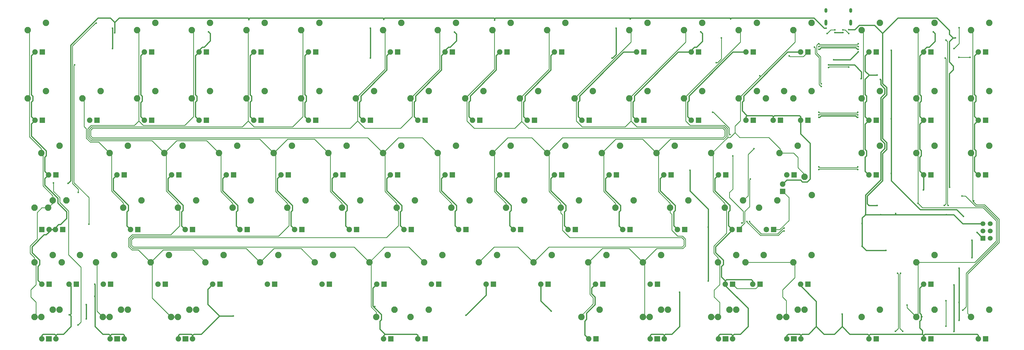
<source format=gtl>
G04 #@! TF.GenerationSoftware,KiCad,Pcbnew,(5.0.2)-1*
G04 #@! TF.CreationDate,2019-04-06T01:42:21-07:00*
G04 #@! TF.ProjectId,Voyager87,566f7961-6765-4723-9837-2e6b69636164,rev?*
G04 #@! TF.SameCoordinates,Original*
G04 #@! TF.FileFunction,Copper,L1,Top*
G04 #@! TF.FilePolarity,Positive*
%FSLAX46Y46*%
G04 Gerber Fmt 4.6, Leading zero omitted, Abs format (unit mm)*
G04 Created by KiCad (PCBNEW (5.0.2)-1) date 4/6/2019 1:42:21 AM*
%MOMM*%
%LPD*%
G01*
G04 APERTURE LIST*
G04 #@! TA.AperFunction,ComponentPad*
%ADD10R,1.905000X1.905000*%
G04 #@! TD*
G04 #@! TA.AperFunction,ComponentPad*
%ADD11C,1.905000*%
G04 #@! TD*
G04 #@! TA.AperFunction,ComponentPad*
%ADD12C,2.250000*%
G04 #@! TD*
G04 #@! TA.AperFunction,ComponentPad*
%ADD13O,1.000000X1.600000*%
G04 #@! TD*
G04 #@! TA.AperFunction,ComponentPad*
%ADD14O,1.000000X2.100000*%
G04 #@! TD*
G04 #@! TA.AperFunction,ComponentPad*
%ADD15C,1.700000*%
G04 #@! TD*
G04 #@! TA.AperFunction,ComponentPad*
%ADD16R,1.700000X1.700000*%
G04 #@! TD*
G04 #@! TA.AperFunction,ViaPad*
%ADD17C,0.600000*%
G04 #@! TD*
G04 #@! TA.AperFunction,Conductor*
%ADD18C,0.381000*%
G04 #@! TD*
G04 #@! TA.AperFunction,Conductor*
%ADD19C,0.254000*%
G04 #@! TD*
G04 APERTURE END LIST*
D10*
G04 #@! TO.P,MX_FN2,4*
G04 #@! TO.N,Net-(MX_FN2-Pad4)*
X106045000Y-44767500D03*
D11*
G04 #@! TO.P,MX_FN2,3*
G04 #@! TO.N,+5V*
X103505000Y-44767500D03*
D12*
G04 #@! TO.P,MX_FN2,1*
G04 #@! TO.N,COL1*
X100965000Y-37147500D03*
G04 #@! TO.P,MX_FN2,2*
G04 #@! TO.N,Net-(D3-Pad2)*
X107315000Y-34607500D03*
G04 #@! TD*
G04 #@! TO.P,MX_X1,2*
G04 #@! TO.N,Net-(D69-Pad2)*
X112077500Y-115570000D03*
G04 #@! TO.P,MX_X1,1*
G04 #@! TO.N,COL1*
X105727500Y-118110000D03*
D11*
G04 #@! TO.P,MX_X1,3*
G04 #@! TO.N,+5V*
X108267500Y-125730000D03*
D10*
G04 #@! TO.P,MX_X1,4*
G04 #@! TO.N,Net-(MX_X1-Pad4)*
X110807500Y-125730000D03*
G04 #@! TD*
D13*
G04 #@! TO.P,USB1,13*
G04 #@! TO.N,GND*
X330551250Y-30287125D03*
X321911250Y-30287125D03*
D14*
X330551250Y-34467125D03*
X321911250Y-34467125D03*
G04 #@! TD*
D15*
G04 #@! TO.P,J1,1*
G04 #@! TO.N,RGBLED*
X379095000Y-104616250D03*
G04 #@! TO.P,J1,2*
G04 #@! TO.N,+5V*
X376555000Y-104616250D03*
G04 #@! TO.P,J1,3*
G04 #@! TO.N,COL8*
X379095000Y-107156250D03*
G04 #@! TO.P,J1,4*
G04 #@! TO.N,SLOCK_IND*
X376555000Y-107156250D03*
G04 #@! TO.P,J1,5*
G04 #@! TO.N,RESET*
X379095000Y-109696250D03*
D16*
G04 #@! TO.P,J1,6*
G04 #@! TO.N,GND*
X376555000Y-109696250D03*
G04 #@! TD*
D12*
G04 #@! TO.P,MX_.1,2*
G04 #@! TO.N,Net-(D76-Pad2)*
X245427500Y-115570000D03*
G04 #@! TO.P,MX_.1,1*
G04 #@! TO.N,COL5*
X239077500Y-118110000D03*
D11*
G04 #@! TO.P,MX_.1,3*
G04 #@! TO.N,+5V*
X241617500Y-125730000D03*
D10*
G04 #@! TO.P,MX_.1,4*
G04 #@! TO.N,Net-(MX_.1-Pad4)*
X244157500Y-125730000D03*
G04 #@! TD*
G04 #@! TO.P,MX_\002C1,4*
G04 #@! TO.N,Net-(MX_\002C1-Pad4)*
X225107500Y-125730000D03*
D11*
G04 #@! TO.P,MX_\002C1,3*
G04 #@! TO.N,+5V*
X222567500Y-125730000D03*
D12*
G04 #@! TO.P,MX_\002C1,1*
G04 #@! TO.N,COL4*
X220027500Y-118110000D03*
G04 #@! TO.P,MX_\002C1,2*
G04 #@! TO.N,Net-(D75-Pad2)*
X226377500Y-115570000D03*
G04 #@! TD*
G04 #@! TO.P,MX_#1,2*
G04 #@! TO.N,Net-(D18-Pad2)*
X69215000Y-58420000D03*
G04 #@! TO.P,MX_#1,1*
G04 #@! TO.N,COL0*
X62865000Y-60960000D03*
D11*
G04 #@! TO.P,MX_#1,3*
G04 #@! TO.N,+5V*
X65405000Y-68580000D03*
D10*
G04 #@! TO.P,MX_#1,4*
G04 #@! TO.N,Net-(MX_#1-Pad4)*
X67945000Y-68580000D03*
G04 #@! TD*
D12*
G04 #@! TO.P,MX_#2,2*
G04 #@! TO.N,Net-(D19-Pad2)*
X88265000Y-58420000D03*
G04 #@! TO.P,MX_#2,1*
G04 #@! TO.N,COL1*
X81915000Y-60960000D03*
D11*
G04 #@! TO.P,MX_#2,3*
G04 #@! TO.N,+5V*
X84455000Y-68580000D03*
D10*
G04 #@! TO.P,MX_#2,4*
G04 #@! TO.N,Net-(MX_#2-Pad4)*
X86995000Y-68580000D03*
G04 #@! TD*
D12*
G04 #@! TO.P,MX_#3,2*
G04 #@! TO.N,Net-(D20-Pad2)*
X107315000Y-58420000D03*
G04 #@! TO.P,MX_#3,1*
G04 #@! TO.N,COL1*
X100965000Y-60960000D03*
D11*
G04 #@! TO.P,MX_#3,3*
G04 #@! TO.N,+5V*
X103505000Y-68580000D03*
D10*
G04 #@! TO.P,MX_#3,4*
G04 #@! TO.N,Net-(MX_#3-Pad4)*
X106045000Y-68580000D03*
G04 #@! TD*
D12*
G04 #@! TO.P,MX_#4,2*
G04 #@! TO.N,Net-(D21-Pad2)*
X126365000Y-58420000D03*
G04 #@! TO.P,MX_#4,1*
G04 #@! TO.N,COL2*
X120015000Y-60960000D03*
D11*
G04 #@! TO.P,MX_#4,3*
G04 #@! TO.N,+5V*
X122555000Y-68580000D03*
D10*
G04 #@! TO.P,MX_#4,4*
G04 #@! TO.N,Net-(MX_#4-Pad4)*
X125095000Y-68580000D03*
G04 #@! TD*
D12*
G04 #@! TO.P,MX_#5,2*
G04 #@! TO.N,Net-(D22-Pad2)*
X145415000Y-58420000D03*
G04 #@! TO.P,MX_#5,1*
G04 #@! TO.N,COL2*
X139065000Y-60960000D03*
D11*
G04 #@! TO.P,MX_#5,3*
G04 #@! TO.N,+5V*
X141605000Y-68580000D03*
D10*
G04 #@! TO.P,MX_#5,4*
G04 #@! TO.N,Net-(MX_#5-Pad4)*
X144145000Y-68580000D03*
G04 #@! TD*
G04 #@! TO.P,MX_#6,4*
G04 #@! TO.N,Net-(MX_#6-Pad4)*
X163195000Y-68580000D03*
D11*
G04 #@! TO.P,MX_#6,3*
G04 #@! TO.N,+5V*
X160655000Y-68580000D03*
D12*
G04 #@! TO.P,MX_#6,1*
G04 #@! TO.N,COL3*
X158115000Y-60960000D03*
G04 #@! TO.P,MX_#6,2*
G04 #@! TO.N,Net-(D23-Pad2)*
X164465000Y-58420000D03*
G04 #@! TD*
D10*
G04 #@! TO.P,MX_#7,4*
G04 #@! TO.N,Net-(MX_#7-Pad4)*
X182245000Y-68580000D03*
D11*
G04 #@! TO.P,MX_#7,3*
G04 #@! TO.N,+5V*
X179705000Y-68580000D03*
D12*
G04 #@! TO.P,MX_#7,1*
G04 #@! TO.N,COL3*
X177165000Y-60960000D03*
G04 #@! TO.P,MX_#7,2*
G04 #@! TO.N,Net-(D24-Pad2)*
X183515000Y-58420000D03*
G04 #@! TD*
D10*
G04 #@! TO.P,MX_#8,4*
G04 #@! TO.N,Net-(MX_#8-Pad4)*
X201295000Y-68580000D03*
D11*
G04 #@! TO.P,MX_#8,3*
G04 #@! TO.N,+5V*
X198755000Y-68580000D03*
D12*
G04 #@! TO.P,MX_#8,1*
G04 #@! TO.N,COL4*
X196215000Y-60960000D03*
G04 #@! TO.P,MX_#8,2*
G04 #@! TO.N,Net-(D25-Pad2)*
X202565000Y-58420000D03*
G04 #@! TD*
D10*
G04 #@! TO.P,MX_#9,4*
G04 #@! TO.N,Net-(MX_#9-Pad4)*
X220345000Y-68580000D03*
D11*
G04 #@! TO.P,MX_#9,3*
G04 #@! TO.N,+5V*
X217805000Y-68580000D03*
D12*
G04 #@! TO.P,MX_#9,1*
G04 #@! TO.N,COL4*
X215265000Y-60960000D03*
G04 #@! TO.P,MX_#9,2*
G04 #@! TO.N,Net-(D26-Pad2)*
X221615000Y-58420000D03*
G04 #@! TD*
D10*
G04 #@! TO.P,MX_#0_1,4*
G04 #@! TO.N,Net-(MX_#0_1-Pad4)*
X239395000Y-68580000D03*
D11*
G04 #@! TO.P,MX_#0_1,3*
G04 #@! TO.N,+5V*
X236855000Y-68580000D03*
D12*
G04 #@! TO.P,MX_#0_1,1*
G04 #@! TO.N,COL5*
X234315000Y-60960000D03*
G04 #@! TO.P,MX_#0_1,2*
G04 #@! TO.N,Net-(D27-Pad2)*
X240665000Y-58420000D03*
G04 #@! TD*
G04 #@! TO.P,MX_'1,2*
G04 #@! TO.N,Net-(D63-Pad2)*
X274002500Y-96520000D03*
G04 #@! TO.P,MX_'1,1*
G04 #@! TO.N,COL5*
X267652500Y-99060000D03*
D11*
G04 #@! TO.P,MX_'1,3*
G04 #@! TO.N,+5V*
X270192500Y-106680000D03*
D10*
G04 #@! TO.P,MX_'1,4*
G04 #@! TO.N,Net-(MX_'1-Pad4)*
X272732500Y-106680000D03*
G04 #@! TD*
D12*
G04 #@! TO.P,MX_-1,2*
G04 #@! TO.N,Net-(D28-Pad2)*
X259715000Y-58420000D03*
G04 #@! TO.P,MX_-1,1*
G04 #@! TO.N,COL5*
X253365000Y-60960000D03*
D11*
G04 #@! TO.P,MX_-1,3*
G04 #@! TO.N,+5V*
X255905000Y-68580000D03*
D10*
G04 #@! TO.P,MX_-1,4*
G04 #@! TO.N,Net-(MX_-1-Pad4)*
X258445000Y-68580000D03*
G04 #@! TD*
D12*
G04 #@! TO.P,MX_/1,2*
G04 #@! TO.N,Net-(D77-Pad2)*
X264477500Y-115570000D03*
G04 #@! TO.P,MX_/1,1*
G04 #@! TO.N,COL5*
X258127500Y-118110000D03*
D11*
G04 #@! TO.P,MX_/1,3*
G04 #@! TO.N,+5V*
X260667500Y-125730000D03*
D10*
G04 #@! TO.P,MX_/1,4*
G04 #@! TO.N,Net-(MX_/1-Pad4)*
X263207500Y-125730000D03*
G04 #@! TD*
G04 #@! TO.P,MX_;1,4*
G04 #@! TO.N,Net-(MX_;1-Pad4)*
X253682500Y-106680000D03*
D11*
G04 #@! TO.P,MX_;1,3*
G04 #@! TO.N,+5V*
X251142500Y-106680000D03*
D12*
G04 #@! TO.P,MX_;1,1*
G04 #@! TO.N,COL5*
X248602500Y-99060000D03*
G04 #@! TO.P,MX_;1,2*
G04 #@! TO.N,Net-(D62-Pad2)*
X254952500Y-96520000D03*
G04 #@! TD*
G04 #@! TO.P,MX_=1,2*
G04 #@! TO.N,Net-(D29-Pad2)*
X278765000Y-58420000D03*
G04 #@! TO.P,MX_=1,1*
G04 #@! TO.N,COL6*
X272415000Y-60960000D03*
D11*
G04 #@! TO.P,MX_=1,3*
G04 #@! TO.N,+5V*
X274955000Y-68580000D03*
D10*
G04 #@! TO.P,MX_=1,4*
G04 #@! TO.N,Net-(MX_=1-Pad4)*
X277495000Y-68580000D03*
G04 #@! TD*
D12*
G04 #@! TO.P,MX_[1,2*
G04 #@! TO.N,Net-(D46-Pad2)*
X269240000Y-77470000D03*
G04 #@! TO.P,MX_[1,1*
G04 #@! TO.N,COL5*
X262890000Y-80010000D03*
D11*
G04 #@! TO.P,MX_[1,3*
G04 #@! TO.N,+5V*
X265430000Y-87630000D03*
D10*
G04 #@! TO.P,MX_[1,4*
G04 #@! TO.N,Net-(MX_[1-Pad4)*
X267970000Y-87630000D03*
G04 #@! TD*
D12*
G04 #@! TO.P,MX_\005C1,2*
G04 #@! TO.N,Net-(D48-Pad2)*
X312102500Y-77470000D03*
G04 #@! TO.P,MX_\005C1,1*
G04 #@! TO.N,COL6*
X305752500Y-80010000D03*
D11*
G04 #@! TO.P,MX_\005C1,3*
G04 #@! TO.N,+5V*
X308292500Y-87630000D03*
D10*
G04 #@! TO.P,MX_\005C1,4*
G04 #@! TO.N,Net-(MX_\005C1-Pad4)*
X310832500Y-87630000D03*
G04 #@! TD*
D12*
G04 #@! TO.P,MX_\005C2,2*
G04 #@! TO.N,Net-(D48-Pad2)*
X293052500Y-96520000D03*
G04 #@! TO.P,MX_\005C2,1*
G04 #@! TO.N,COL6*
X286702500Y-99060000D03*
D11*
G04 #@! TO.P,MX_\005C2,3*
G04 #@! TO.N,+5V*
X289242500Y-106680000D03*
D10*
G04 #@! TO.P,MX_\005C2,4*
G04 #@! TO.N,Net-(MX_\005C1-Pad4)*
X291782500Y-106680000D03*
G04 #@! TD*
D12*
G04 #@! TO.P,MX_]1,2*
G04 #@! TO.N,Net-(D47-Pad2)*
X288290000Y-77470000D03*
G04 #@! TO.P,MX_]1,1*
G04 #@! TO.N,COL6*
X281940000Y-80010000D03*
D11*
G04 #@! TO.P,MX_]1,3*
G04 #@! TO.N,+5V*
X284480000Y-87630000D03*
D10*
G04 #@! TO.P,MX_]1,4*
G04 #@! TO.N,Net-(MX_]1-Pad4)*
X287020000Y-87630000D03*
G04 #@! TD*
G04 #@! TO.P,MX_`1,4*
G04 #@! TO.N,Net-(MX_`1-Pad4)*
X48895000Y-68580000D03*
D11*
G04 #@! TO.P,MX_`1,3*
G04 #@! TO.N,+5V*
X46355000Y-68580000D03*
D12*
G04 #@! TO.P,MX_`1,1*
G04 #@! TO.N,COL0*
X43815000Y-60960000D03*
G04 #@! TO.P,MX_`1,2*
G04 #@! TO.N,Net-(D17-Pad2)*
X50165000Y-58420000D03*
G04 #@! TD*
D10*
G04 #@! TO.P,MX_A1,4*
G04 #@! TO.N,Net-(MX_A1-Pad4)*
X82232500Y-106680000D03*
D11*
G04 #@! TO.P,MX_A1,3*
G04 #@! TO.N,+5V*
X79692500Y-106680000D03*
D12*
G04 #@! TO.P,MX_A1,1*
G04 #@! TO.N,COL0*
X77152500Y-99060000D03*
G04 #@! TO.P,MX_A1,2*
G04 #@! TO.N,Net-(D53-Pad2)*
X83502500Y-96520000D03*
G04 #@! TD*
D10*
G04 #@! TO.P,MX_B1,4*
G04 #@! TO.N,Net-(MX_B1-Pad4)*
X167957500Y-125730000D03*
D11*
G04 #@! TO.P,MX_B1,3*
G04 #@! TO.N,+5V*
X165417500Y-125730000D03*
D12*
G04 #@! TO.P,MX_B1,1*
G04 #@! TO.N,COL3*
X162877500Y-118110000D03*
G04 #@! TO.P,MX_B1,2*
G04 #@! TO.N,Net-(D72-Pad2)*
X169227500Y-115570000D03*
G04 #@! TD*
G04 #@! TO.P,MX_BACK1,2*
G04 #@! TO.N,Net-(D30-Pad2)*
X307340000Y-58420000D03*
G04 #@! TO.P,MX_BACK1,1*
G04 #@! TO.N,COL6*
X300990000Y-60960000D03*
D11*
G04 #@! TO.P,MX_BACK1,3*
G04 #@! TO.N,+5V*
X303530000Y-68580000D03*
D10*
G04 #@! TO.P,MX_BACK1,4*
G04 #@! TO.N,Net-(MX_BACK1-Pad4)*
X306070000Y-68580000D03*
G04 #@! TD*
G04 #@! TO.P,MX_BACK2,4*
G04 #@! TO.N,Net-(MX_BACK1-Pad4)*
X296545000Y-68580000D03*
D11*
G04 #@! TO.P,MX_BACK2,3*
G04 #@! TO.N,+5V*
X294005000Y-68580000D03*
D12*
G04 #@! TO.P,MX_BACK2,1*
G04 #@! TO.N,COL6*
X291465000Y-60960000D03*
G04 #@! TO.P,MX_BACK2,2*
G04 #@! TO.N,Net-(D30-Pad2)*
X297815000Y-58420000D03*
G04 #@! TD*
D10*
G04 #@! TO.P,MX_BACK3,4*
G04 #@! TO.N,Net-(MX_BACK3-Pad4)*
X315595000Y-68580000D03*
D11*
G04 #@! TO.P,MX_BACK3,3*
G04 #@! TO.N,+5V*
X313055000Y-68580000D03*
D12*
G04 #@! TO.P,MX_BACK3,1*
G04 #@! TO.N,COL6*
X310515000Y-60960000D03*
G04 #@! TO.P,MX_BACK3,2*
G04 #@! TO.N,Net-(D31-Pad2)*
X316865000Y-58420000D03*
G04 #@! TD*
D10*
G04 #@! TO.P,MX_C1,4*
G04 #@! TO.N,Net-(MX_C1-Pad4)*
X129857500Y-125730000D03*
D11*
G04 #@! TO.P,MX_C1,3*
G04 #@! TO.N,+5V*
X127317500Y-125730000D03*
D12*
G04 #@! TO.P,MX_C1,1*
G04 #@! TO.N,COL2*
X124777500Y-118110000D03*
G04 #@! TO.P,MX_C1,2*
G04 #@! TO.N,Net-(D70-Pad2)*
X131127500Y-115570000D03*
G04 #@! TD*
G04 #@! TO.P,MX_CLOCK1,2*
G04 #@! TO.N,Net-(D52-Pad2)*
X57308750Y-96520000D03*
G04 #@! TO.P,MX_CLOCK1,1*
G04 #@! TO.N,COL0*
X50958750Y-99060000D03*
D11*
G04 #@! TO.P,MX_CLOCK1,3*
G04 #@! TO.N,+5V*
X53498750Y-106680000D03*
D10*
G04 #@! TO.P,MX_CLOCK1,4*
G04 #@! TO.N,CAPS_LEDGND*
X56038750Y-106680000D03*
G04 #@! TD*
G04 #@! TO.P,MX_CLOCK2,4*
G04 #@! TO.N,CAPS_LEDGND*
X48736250Y-106680000D03*
D11*
G04 #@! TO.P,MX_CLOCK2,3*
G04 #@! TO.N,+5V*
X51276250Y-106680000D03*
D12*
G04 #@! TO.P,MX_CLOCK2,1*
G04 #@! TO.N,Net-(D52-Pad2)*
X46196250Y-99060000D03*
G04 #@! TO.P,MX_CLOCK2,2*
G04 #@! TO.N,COL0*
X52546250Y-96520000D03*
G04 #@! TD*
D10*
G04 #@! TO.P,MX_D1,4*
G04 #@! TO.N,Net-(MX_D1-Pad4)*
X120332500Y-106680000D03*
D11*
G04 #@! TO.P,MX_D1,3*
G04 #@! TO.N,+5V*
X117792500Y-106680000D03*
D12*
G04 #@! TO.P,MX_D1,1*
G04 #@! TO.N,COL1*
X115252500Y-99060000D03*
G04 #@! TO.P,MX_D1,2*
G04 #@! TO.N,Net-(D55-Pad2)*
X121602500Y-96520000D03*
G04 #@! TD*
D10*
G04 #@! TO.P,MX_DEL1,4*
G04 #@! TO.N,Net-(MX_DEL1-Pad4)*
X339407500Y-87630000D03*
D11*
G04 #@! TO.P,MX_DEL1,3*
G04 #@! TO.N,+5V*
X336867500Y-87630000D03*
D12*
G04 #@! TO.P,MX_DEL1,1*
G04 #@! TO.N,COL7*
X334327500Y-80010000D03*
G04 #@! TO.P,MX_DEL1,2*
G04 #@! TO.N,Net-(D99-Pad2)*
X340677500Y-77470000D03*
G04 #@! TD*
G04 #@! TO.P,MX_DN1,2*
G04 #@! TO.N,Net-(D112-Pad2)*
X359727500Y-134620000D03*
G04 #@! TO.P,MX_DN1,1*
G04 #@! TO.N,COL7*
X353377500Y-137160000D03*
D11*
G04 #@! TO.P,MX_DN1,3*
G04 #@! TO.N,+5V*
X355917500Y-144780000D03*
D10*
G04 #@! TO.P,MX_DN1,4*
G04 #@! TO.N,Net-(MX_DN1-Pad4)*
X358457500Y-144780000D03*
G04 #@! TD*
D12*
G04 #@! TO.P,MX_E1,2*
G04 #@! TO.N,Net-(D38-Pad2)*
X116840000Y-77470000D03*
G04 #@! TO.P,MX_E1,1*
G04 #@! TO.N,COL1*
X110490000Y-80010000D03*
D11*
G04 #@! TO.P,MX_E1,3*
G04 #@! TO.N,+5V*
X113030000Y-87630000D03*
D10*
G04 #@! TO.P,MX_E1,4*
G04 #@! TO.N,Net-(MX_E1-Pad4)*
X115570000Y-87630000D03*
G04 #@! TD*
G04 #@! TO.P,MX_END1,4*
G04 #@! TO.N,Net-(MX_END1-Pad4)*
X358457500Y-87630000D03*
D11*
G04 #@! TO.P,MX_END1,3*
G04 #@! TO.N,+5V*
X355917500Y-87630000D03*
D12*
G04 #@! TO.P,MX_END1,1*
G04 #@! TO.N,COL7*
X353377500Y-80010000D03*
G04 #@! TO.P,MX_END1,2*
G04 #@! TO.N,Net-(D100-Pad2)*
X359727500Y-77470000D03*
G04 #@! TD*
G04 #@! TO.P,MX_ESC1,2*
G04 #@! TO.N,Net-(D1-Pad2)*
X50165000Y-34607500D03*
G04 #@! TO.P,MX_ESC1,1*
G04 #@! TO.N,COL0*
X43815000Y-37147500D03*
D11*
G04 #@! TO.P,MX_ESC1,3*
G04 #@! TO.N,+5V*
X46355000Y-44767500D03*
D10*
G04 #@! TO.P,MX_ESC1,4*
G04 #@! TO.N,Net-(MX_ESC1-Pad4)*
X48895000Y-44767500D03*
G04 #@! TD*
D12*
G04 #@! TO.P,MX_F1,2*
G04 #@! TO.N,Net-(D56-Pad2)*
X140652500Y-96520000D03*
G04 #@! TO.P,MX_F1,1*
G04 #@! TO.N,COL2*
X134302500Y-99060000D03*
D11*
G04 #@! TO.P,MX_F1,3*
G04 #@! TO.N,+5V*
X136842500Y-106680000D03*
D10*
G04 #@! TO.P,MX_F1,4*
G04 #@! TO.N,Net-(MX_F1-Pad4)*
X139382500Y-106680000D03*
G04 #@! TD*
D12*
G04 #@! TO.P,MX_FN1,2*
G04 #@! TO.N,Net-(D2-Pad2)*
X88265000Y-34607500D03*
G04 #@! TO.P,MX_FN1,1*
G04 #@! TO.N,COL1*
X81915000Y-37147500D03*
D11*
G04 #@! TO.P,MX_FN1,3*
G04 #@! TO.N,+5V*
X84455000Y-44767500D03*
D10*
G04 #@! TO.P,MX_FN1,4*
G04 #@! TO.N,Net-(MX_FN1-Pad4)*
X86995000Y-44767500D03*
G04 #@! TD*
D12*
G04 #@! TO.P,MX_FN3,2*
G04 #@! TO.N,Net-(D4-Pad2)*
X126365000Y-34607500D03*
G04 #@! TO.P,MX_FN3,1*
G04 #@! TO.N,COL2*
X120015000Y-37147500D03*
D11*
G04 #@! TO.P,MX_FN3,3*
G04 #@! TO.N,+5V*
X122555000Y-44767500D03*
D10*
G04 #@! TO.P,MX_FN3,4*
G04 #@! TO.N,Net-(MX_FN3-Pad4)*
X125095000Y-44767500D03*
G04 #@! TD*
G04 #@! TO.P,MX_FN4,4*
G04 #@! TO.N,Net-(MX_FN4-Pad4)*
X144145000Y-44767500D03*
D11*
G04 #@! TO.P,MX_FN4,3*
G04 #@! TO.N,+5V*
X141605000Y-44767500D03*
D12*
G04 #@! TO.P,MX_FN4,1*
G04 #@! TO.N,COL2*
X139065000Y-37147500D03*
G04 #@! TO.P,MX_FN4,2*
G04 #@! TO.N,Net-(D5-Pad2)*
X145415000Y-34607500D03*
G04 #@! TD*
D10*
G04 #@! TO.P,MX_FN5,4*
G04 #@! TO.N,Net-(MX_FN5-Pad4)*
X172720000Y-44767500D03*
D11*
G04 #@! TO.P,MX_FN5,3*
G04 #@! TO.N,+5V*
X170180000Y-44767500D03*
D12*
G04 #@! TO.P,MX_FN5,1*
G04 #@! TO.N,COL3*
X167640000Y-37147500D03*
G04 #@! TO.P,MX_FN5,2*
G04 #@! TO.N,Net-(D6-Pad2)*
X173990000Y-34607500D03*
G04 #@! TD*
G04 #@! TO.P,MX_FN6,2*
G04 #@! TO.N,Net-(D7-Pad2)*
X193040000Y-34607500D03*
G04 #@! TO.P,MX_FN6,1*
G04 #@! TO.N,COL3*
X186690000Y-37147500D03*
D11*
G04 #@! TO.P,MX_FN6,3*
G04 #@! TO.N,+5V*
X189230000Y-44767500D03*
D10*
G04 #@! TO.P,MX_FN6,4*
G04 #@! TO.N,Net-(MX_FN6-Pad4)*
X191770000Y-44767500D03*
G04 #@! TD*
G04 #@! TO.P,MX_FN7,4*
G04 #@! TO.N,Net-(MX_FN7-Pad4)*
X210820000Y-44767500D03*
D11*
G04 #@! TO.P,MX_FN7,3*
G04 #@! TO.N,+5V*
X208280000Y-44767500D03*
D12*
G04 #@! TO.P,MX_FN7,1*
G04 #@! TO.N,COL4*
X205740000Y-37147500D03*
G04 #@! TO.P,MX_FN7,2*
G04 #@! TO.N,Net-(D8-Pad2)*
X212090000Y-34607500D03*
G04 #@! TD*
D10*
G04 #@! TO.P,MX_FN8,4*
G04 #@! TO.N,Net-(MX_FN8-Pad4)*
X229870000Y-44767500D03*
D11*
G04 #@! TO.P,MX_FN8,3*
G04 #@! TO.N,+5V*
X227330000Y-44767500D03*
D12*
G04 #@! TO.P,MX_FN8,1*
G04 #@! TO.N,COL4*
X224790000Y-37147500D03*
G04 #@! TO.P,MX_FN8,2*
G04 #@! TO.N,Net-(D9-Pad2)*
X231140000Y-34607500D03*
G04 #@! TD*
G04 #@! TO.P,MX_FN9,2*
G04 #@! TO.N,Net-(D10-Pad2)*
X259715000Y-34607500D03*
G04 #@! TO.P,MX_FN9,1*
G04 #@! TO.N,COL5*
X253365000Y-37147500D03*
D11*
G04 #@! TO.P,MX_FN9,3*
G04 #@! TO.N,+5V*
X255905000Y-44767500D03*
D10*
G04 #@! TO.P,MX_FN9,4*
G04 #@! TO.N,Net-(MX_FN9-Pad4)*
X258445000Y-44767500D03*
G04 #@! TD*
D12*
G04 #@! TO.P,MX_FN10,2*
G04 #@! TO.N,Net-(D11-Pad2)*
X278765000Y-34607500D03*
G04 #@! TO.P,MX_FN10,1*
G04 #@! TO.N,COL5*
X272415000Y-37147500D03*
D11*
G04 #@! TO.P,MX_FN10,3*
G04 #@! TO.N,+5V*
X274955000Y-44767500D03*
D10*
G04 #@! TO.P,MX_FN10,4*
G04 #@! TO.N,Net-(MX_FN10-Pad4)*
X277495000Y-44767500D03*
G04 #@! TD*
G04 #@! TO.P,MX_FN11,4*
G04 #@! TO.N,Net-(MX_FN11-Pad4)*
X296545000Y-44767500D03*
D11*
G04 #@! TO.P,MX_FN11,3*
G04 #@! TO.N,+5V*
X294005000Y-44767500D03*
D12*
G04 #@! TO.P,MX_FN11,1*
G04 #@! TO.N,COL6*
X291465000Y-37147500D03*
G04 #@! TO.P,MX_FN11,2*
G04 #@! TO.N,Net-(D12-Pad2)*
X297815000Y-34607500D03*
G04 #@! TD*
D10*
G04 #@! TO.P,MX_FN12,4*
G04 #@! TO.N,Net-(MX_FN12-Pad4)*
X315595000Y-44767500D03*
D11*
G04 #@! TO.P,MX_FN12,3*
G04 #@! TO.N,+5V*
X313055000Y-44767500D03*
D12*
G04 #@! TO.P,MX_FN12,1*
G04 #@! TO.N,COL6*
X310515000Y-37147500D03*
G04 #@! TO.P,MX_FN12,2*
G04 #@! TO.N,Net-(D13-Pad2)*
X316865000Y-34607500D03*
G04 #@! TD*
G04 #@! TO.P,MX_G1,2*
G04 #@! TO.N,Net-(D57-Pad2)*
X159702500Y-96520000D03*
G04 #@! TO.P,MX_G1,1*
G04 #@! TO.N,COL2*
X153352500Y-99060000D03*
D11*
G04 #@! TO.P,MX_G1,3*
G04 #@! TO.N,+5V*
X155892500Y-106680000D03*
D10*
G04 #@! TO.P,MX_G1,4*
G04 #@! TO.N,Net-(MX_G1-Pad4)*
X158432500Y-106680000D03*
G04 #@! TD*
G04 #@! TO.P,MX_H1,4*
G04 #@! TO.N,Net-(MX_H1-Pad4)*
X177482500Y-106680000D03*
D11*
G04 #@! TO.P,MX_H1,3*
G04 #@! TO.N,+5V*
X174942500Y-106680000D03*
D12*
G04 #@! TO.P,MX_H1,1*
G04 #@! TO.N,COL3*
X172402500Y-99060000D03*
G04 #@! TO.P,MX_H1,2*
G04 #@! TO.N,Net-(D58-Pad2)*
X178752500Y-96520000D03*
G04 #@! TD*
G04 #@! TO.P,MX_HOME1,2*
G04 #@! TO.N,Net-(D96-Pad2)*
X359727500Y-58420000D03*
G04 #@! TO.P,MX_HOME1,1*
G04 #@! TO.N,COL7*
X353377500Y-60960000D03*
D11*
G04 #@! TO.P,MX_HOME1,3*
G04 #@! TO.N,+5V*
X355917500Y-68580000D03*
D10*
G04 #@! TO.P,MX_HOME1,4*
G04 #@! TO.N,Net-(MX_HOME1-Pad4)*
X358457500Y-68580000D03*
G04 #@! TD*
G04 #@! TO.P,MX_I1,4*
G04 #@! TO.N,Net-(MX_I1-Pad4)*
X210820000Y-87630000D03*
D11*
G04 #@! TO.P,MX_I1,3*
G04 #@! TO.N,+5V*
X208280000Y-87630000D03*
D12*
G04 #@! TO.P,MX_I1,1*
G04 #@! TO.N,COL4*
X205740000Y-80010000D03*
G04 #@! TO.P,MX_I1,2*
G04 #@! TO.N,Net-(D43-Pad2)*
X212090000Y-77470000D03*
G04 #@! TD*
G04 #@! TO.P,MX_INS1,2*
G04 #@! TO.N,Net-(D95-Pad2)*
X340677500Y-58420000D03*
G04 #@! TO.P,MX_INS1,1*
G04 #@! TO.N,COL7*
X334327500Y-60960000D03*
D11*
G04 #@! TO.P,MX_INS1,3*
G04 #@! TO.N,+5V*
X336867500Y-68580000D03*
D10*
G04 #@! TO.P,MX_INS1,4*
G04 #@! TO.N,Net-(MX_INS1-Pad4)*
X339407500Y-68580000D03*
G04 #@! TD*
G04 #@! TO.P,MX_J1,4*
G04 #@! TO.N,Net-(MX_J1-Pad4)*
X196532500Y-106680000D03*
D11*
G04 #@! TO.P,MX_J1,3*
G04 #@! TO.N,+5V*
X193992500Y-106680000D03*
D12*
G04 #@! TO.P,MX_J1,1*
G04 #@! TO.N,COL3*
X191452500Y-99060000D03*
G04 #@! TO.P,MX_J1,2*
G04 #@! TO.N,Net-(D59-Pad2)*
X197802500Y-96520000D03*
G04 #@! TD*
D10*
G04 #@! TO.P,MX_K1,4*
G04 #@! TO.N,Net-(MX_K1-Pad4)*
X215582500Y-106680000D03*
D11*
G04 #@! TO.P,MX_K1,3*
G04 #@! TO.N,+5V*
X213042500Y-106680000D03*
D12*
G04 #@! TO.P,MX_K1,1*
G04 #@! TO.N,COL4*
X210502500Y-99060000D03*
G04 #@! TO.P,MX_K1,2*
G04 #@! TO.N,Net-(D60-Pad2)*
X216852500Y-96520000D03*
G04 #@! TD*
G04 #@! TO.P,MX_L1,2*
G04 #@! TO.N,Net-(D61-Pad2)*
X235902500Y-96520000D03*
G04 #@! TO.P,MX_L1,1*
G04 #@! TO.N,COL4*
X229552500Y-99060000D03*
D11*
G04 #@! TO.P,MX_L1,3*
G04 #@! TO.N,+5V*
X232092500Y-106680000D03*
D10*
G04 #@! TO.P,MX_L1,4*
G04 #@! TO.N,Net-(MX_L1-Pad4)*
X234632500Y-106680000D03*
G04 #@! TD*
D12*
G04 #@! TO.P,MX_LALT1,2*
G04 #@! TO.N,Net-(D86-Pad2)*
X100171250Y-134620000D03*
G04 #@! TO.P,MX_LALT1,1*
G04 #@! TO.N,COL1*
X93821250Y-137160000D03*
D11*
G04 #@! TO.P,MX_LALT1,3*
G04 #@! TO.N,+5V*
X96361250Y-144780000D03*
D10*
G04 #@! TO.P,MX_LALT1,4*
G04 #@! TO.N,Net-(MX_LALT1-Pad4)*
X98901250Y-144780000D03*
G04 #@! TD*
D12*
G04 #@! TO.P,MX_LALT2,2*
G04 #@! TO.N,Net-(D86-Pad2)*
X102552500Y-134620000D03*
G04 #@! TO.P,MX_LALT2,1*
G04 #@! TO.N,COL1*
X96202500Y-137160000D03*
D11*
G04 #@! TO.P,MX_LALT2,3*
G04 #@! TO.N,+5V*
X101282500Y-144780000D03*
D10*
G04 #@! TO.P,MX_LALT2,4*
G04 #@! TO.N,Net-(MX_LALT1-Pad4)*
X98742500Y-144780000D03*
G04 #@! TD*
D12*
G04 #@! TO.P,MX_LCTRL1,2*
G04 #@! TO.N,Net-(D84-Pad2)*
X52546250Y-134620000D03*
G04 #@! TO.P,MX_LCTRL1,1*
G04 #@! TO.N,COL0*
X46196250Y-137160000D03*
D11*
G04 #@! TO.P,MX_LCTRL1,3*
G04 #@! TO.N,+5V*
X48736250Y-144780000D03*
D10*
G04 #@! TO.P,MX_LCTRL1,4*
G04 #@! TO.N,Net-(MX_LCTRL1-Pad4)*
X51276250Y-144780000D03*
G04 #@! TD*
G04 #@! TO.P,MX_LCTRL2,4*
G04 #@! TO.N,Net-(MX_LCTRL1-Pad4)*
X51117500Y-144780000D03*
D11*
G04 #@! TO.P,MX_LCTRL2,3*
G04 #@! TO.N,+5V*
X53657500Y-144780000D03*
D12*
G04 #@! TO.P,MX_LCTRL2,1*
G04 #@! TO.N,COL0*
X48577500Y-137160000D03*
G04 #@! TO.P,MX_LCTRL2,2*
G04 #@! TO.N,Net-(D84-Pad2)*
X54927500Y-134620000D03*
G04 #@! TD*
G04 #@! TO.P,MX_LFT1,2*
G04 #@! TO.N,Net-(D111-Pad2)*
X340677500Y-134620000D03*
G04 #@! TO.P,MX_LFT1,1*
G04 #@! TO.N,COL7*
X334327500Y-137160000D03*
D11*
G04 #@! TO.P,MX_LFT1,3*
G04 #@! TO.N,+5V*
X336867500Y-144780000D03*
D10*
G04 #@! TO.P,MX_LFT1,4*
G04 #@! TO.N,Net-(MX_LFT1-Pad4)*
X339407500Y-144780000D03*
G04 #@! TD*
G04 #@! TO.P,MX_LGUI1,4*
G04 #@! TO.N,Net-(MX_LGUI1-Pad4)*
X75088750Y-144780000D03*
D11*
G04 #@! TO.P,MX_LGUI1,3*
G04 #@! TO.N,+5V*
X72548750Y-144780000D03*
D12*
G04 #@! TO.P,MX_LGUI1,1*
G04 #@! TO.N,COL0*
X70008750Y-137160000D03*
G04 #@! TO.P,MX_LGUI1,2*
G04 #@! TO.N,Net-(D85-Pad2)*
X76358750Y-134620000D03*
G04 #@! TD*
G04 #@! TO.P,MX_LGUI2,2*
G04 #@! TO.N,Net-(D85-Pad2)*
X78740000Y-134620000D03*
G04 #@! TO.P,MX_LGUI2,1*
G04 #@! TO.N,COL0*
X72390000Y-137160000D03*
D11*
G04 #@! TO.P,MX_LGUI2,3*
G04 #@! TO.N,+5V*
X77470000Y-144780000D03*
D10*
G04 #@! TO.P,MX_LGUI2,4*
G04 #@! TO.N,Net-(MX_LGUI1-Pad4)*
X74930000Y-144780000D03*
G04 #@! TD*
D12*
G04 #@! TO.P,MX_LSHIFT1,2*
G04 #@! TO.N,Net-(D67-Pad2)*
X62071250Y-115570000D03*
G04 #@! TO.P,MX_LSHIFT1,1*
G04 #@! TO.N,COL0*
X55721250Y-118110000D03*
D11*
G04 #@! TO.P,MX_LSHIFT1,3*
G04 #@! TO.N,+5V*
X58261250Y-125730000D03*
D10*
G04 #@! TO.P,MX_LSHIFT1,4*
G04 #@! TO.N,Net-(MX_LSHIFT1-Pad4)*
X60801250Y-125730000D03*
G04 #@! TD*
G04 #@! TO.P,MX_LSHIFT2,4*
G04 #@! TO.N,Net-(MX_LSHIFT1-Pad4)*
X51276250Y-125730000D03*
D11*
G04 #@! TO.P,MX_LSHIFT2,3*
G04 #@! TO.N,+5V*
X48736250Y-125730000D03*
D12*
G04 #@! TO.P,MX_LSHIFT2,1*
G04 #@! TO.N,COL0*
X46196250Y-118110000D03*
G04 #@! TO.P,MX_LSHIFT2,2*
G04 #@! TO.N,Net-(D67-Pad2)*
X52546250Y-115570000D03*
G04 #@! TD*
G04 #@! TO.P,MX_LSHIFT3,2*
G04 #@! TO.N,Net-(D14-Pad2)*
X73977500Y-115570000D03*
G04 #@! TO.P,MX_LSHIFT3,1*
G04 #@! TO.N,COL0*
X67627500Y-118110000D03*
D11*
G04 #@! TO.P,MX_LSHIFT3,3*
G04 #@! TO.N,+5V*
X70167500Y-125730000D03*
D10*
G04 #@! TO.P,MX_LSHIFT3,4*
G04 #@! TO.N,Net-(MX_LSHIFT3-Pad4)*
X72707500Y-125730000D03*
G04 #@! TD*
D12*
G04 #@! TO.P,MX_M1,2*
G04 #@! TO.N,Net-(D74-Pad2)*
X207327500Y-115570000D03*
G04 #@! TO.P,MX_M1,1*
G04 #@! TO.N,COL4*
X200977500Y-118110000D03*
D11*
G04 #@! TO.P,MX_M1,3*
G04 #@! TO.N,+5V*
X203517500Y-125730000D03*
D10*
G04 #@! TO.P,MX_M1,4*
G04 #@! TO.N,Net-(MX_M1-Pad4)*
X206057500Y-125730000D03*
G04 #@! TD*
D12*
G04 #@! TO.P,MX_N1,2*
G04 #@! TO.N,Net-(D73-Pad2)*
X188277500Y-115570000D03*
G04 #@! TO.P,MX_N1,1*
G04 #@! TO.N,COL3*
X181927500Y-118110000D03*
D11*
G04 #@! TO.P,MX_N1,3*
G04 #@! TO.N,+5V*
X184467500Y-125730000D03*
D10*
G04 #@! TO.P,MX_N1,4*
G04 #@! TO.N,Net-(MX_N1-Pad4)*
X187007500Y-125730000D03*
G04 #@! TD*
G04 #@! TO.P,MX_O1,4*
G04 #@! TO.N,Net-(MX_O1-Pad4)*
X229870000Y-87630000D03*
D11*
G04 #@! TO.P,MX_O1,3*
G04 #@! TO.N,+5V*
X227330000Y-87630000D03*
D12*
G04 #@! TO.P,MX_O1,1*
G04 #@! TO.N,COL4*
X224790000Y-80010000D03*
G04 #@! TO.P,MX_O1,2*
G04 #@! TO.N,Net-(D44-Pad2)*
X231140000Y-77470000D03*
G04 #@! TD*
G04 #@! TO.P,MX_P1,2*
G04 #@! TO.N,Net-(D45-Pad2)*
X250190000Y-77470000D03*
G04 #@! TO.P,MX_P1,1*
G04 #@! TO.N,COL5*
X243840000Y-80010000D03*
D11*
G04 #@! TO.P,MX_P1,3*
G04 #@! TO.N,+5V*
X246380000Y-87630000D03*
D10*
G04 #@! TO.P,MX_P1,4*
G04 #@! TO.N,Net-(MX_P1-Pad4)*
X248920000Y-87630000D03*
G04 #@! TD*
G04 #@! TO.P,MX_PAUSE1,4*
G04 #@! TO.N,Net-(MX_PAUSE1-Pad4)*
X377507500Y-44767500D03*
D11*
G04 #@! TO.P,MX_PAUSE1,3*
G04 #@! TO.N,+5V*
X374967500Y-44767500D03*
D12*
G04 #@! TO.P,MX_PAUSE1,1*
G04 #@! TO.N,COL8*
X372427500Y-37147500D03*
G04 #@! TO.P,MX_PAUSE1,2*
G04 #@! TO.N,Net-(D94-Pad2)*
X378777500Y-34607500D03*
G04 #@! TD*
D10*
G04 #@! TO.P,MX_PGDN1,4*
G04 #@! TO.N,Net-(MX_PGDN1-Pad4)*
X377507500Y-87630000D03*
D11*
G04 #@! TO.P,MX_PGDN1,3*
G04 #@! TO.N,+5V*
X374967500Y-87630000D03*
D12*
G04 #@! TO.P,MX_PGDN1,1*
G04 #@! TO.N,COL8*
X372427500Y-80010000D03*
G04 #@! TO.P,MX_PGDN1,2*
G04 #@! TO.N,Net-(D101-Pad2)*
X378777500Y-77470000D03*
G04 #@! TD*
D10*
G04 #@! TO.P,MX_PGUP1,4*
G04 #@! TO.N,Net-(MX_PGUP1-Pad4)*
X377507500Y-68580000D03*
D11*
G04 #@! TO.P,MX_PGUP1,3*
G04 #@! TO.N,+5V*
X374967500Y-68580000D03*
D12*
G04 #@! TO.P,MX_PGUP1,1*
G04 #@! TO.N,COL8*
X372427500Y-60960000D03*
G04 #@! TO.P,MX_PGUP1,2*
G04 #@! TO.N,Net-(D97-Pad2)*
X378777500Y-58420000D03*
G04 #@! TD*
G04 #@! TO.P,MX_PRINT1,2*
G04 #@! TO.N,Net-(D92-Pad2)*
X340677500Y-34607500D03*
G04 #@! TO.P,MX_PRINT1,1*
G04 #@! TO.N,COL7*
X334327500Y-37147500D03*
D11*
G04 #@! TO.P,MX_PRINT1,3*
G04 #@! TO.N,+5V*
X336867500Y-44767500D03*
D10*
G04 #@! TO.P,MX_PRINT1,4*
G04 #@! TO.N,Net-(MX_PRINT1-Pad4)*
X339407500Y-44767500D03*
G04 #@! TD*
D12*
G04 #@! TO.P,MX_Q1,2*
G04 #@! TO.N,Net-(D36-Pad2)*
X78740000Y-77470000D03*
G04 #@! TO.P,MX_Q1,1*
G04 #@! TO.N,COL0*
X72390000Y-80010000D03*
D11*
G04 #@! TO.P,MX_Q1,3*
G04 #@! TO.N,+5V*
X74930000Y-87630000D03*
D10*
G04 #@! TO.P,MX_Q1,4*
G04 #@! TO.N,Net-(MX_Q1-Pad4)*
X77470000Y-87630000D03*
G04 #@! TD*
G04 #@! TO.P,MX_R1,4*
G04 #@! TO.N,Net-(MX_R1-Pad4)*
X134620000Y-87630000D03*
D11*
G04 #@! TO.P,MX_R1,3*
G04 #@! TO.N,+5V*
X132080000Y-87630000D03*
D12*
G04 #@! TO.P,MX_R1,1*
G04 #@! TO.N,COL2*
X129540000Y-80010000D03*
G04 #@! TO.P,MX_R1,2*
G04 #@! TO.N,Net-(D39-Pad2)*
X135890000Y-77470000D03*
G04 #@! TD*
G04 #@! TO.P,MX_RALT1,2*
G04 #@! TO.N,Net-(D90-Pad2)*
X243046250Y-134620000D03*
G04 #@! TO.P,MX_RALT1,1*
G04 #@! TO.N,COL5*
X236696250Y-137160000D03*
D11*
G04 #@! TO.P,MX_RALT1,3*
G04 #@! TO.N,+5V*
X239236250Y-144780000D03*
D10*
G04 #@! TO.P,MX_RALT1,4*
G04 #@! TO.N,Net-(MX_RALT1-Pad4)*
X241776250Y-144780000D03*
G04 #@! TD*
G04 #@! TO.P,MX_RALT2,4*
G04 #@! TO.N,Net-(MX_RALT2-Pad4)*
X263207500Y-144780000D03*
D11*
G04 #@! TO.P,MX_RALT2,3*
G04 #@! TO.N,+5V*
X260667500Y-144780000D03*
D12*
G04 #@! TO.P,MX_RALT2,1*
G04 #@! TO.N,COL5*
X258127500Y-137160000D03*
G04 #@! TO.P,MX_RALT2,2*
G04 #@! TO.N,Net-(D91-Pad2)*
X264477500Y-134620000D03*
G04 #@! TD*
D10*
G04 #@! TO.P,MX_RCTRL1,4*
G04 #@! TO.N,Net-(MX_RCTRL1-Pad4)*
X310673750Y-144780000D03*
D11*
G04 #@! TO.P,MX_RCTRL1,3*
G04 #@! TO.N,+5V*
X313213750Y-144780000D03*
D12*
G04 #@! TO.P,MX_RCTRL1,1*
G04 #@! TO.N,COL6*
X308133750Y-137160000D03*
G04 #@! TO.P,MX_RCTRL1,2*
G04 #@! TO.N,Net-(D82-Pad2)*
X314483750Y-134620000D03*
G04 #@! TD*
G04 #@! TO.P,MX_RCTRL2,2*
G04 #@! TO.N,Net-(D82-Pad2)*
X312102500Y-134620000D03*
G04 #@! TO.P,MX_RCTRL2,1*
G04 #@! TO.N,COL6*
X305752500Y-137160000D03*
D11*
G04 #@! TO.P,MX_RCTRL2,3*
G04 #@! TO.N,+5V*
X308292500Y-144780000D03*
D10*
G04 #@! TO.P,MX_RCTRL2,4*
G04 #@! TO.N,Net-(MX_RCTRL1-Pad4)*
X310832500Y-144780000D03*
G04 #@! TD*
G04 #@! TO.P,MX_RETURN1,4*
G04 #@! TO.N,Net-(MX_RETURN1-Pad4)*
X303688750Y-106680000D03*
D11*
G04 #@! TO.P,MX_RETURN1,3*
G04 #@! TO.N,+5V*
X301148750Y-106680000D03*
D12*
G04 #@! TO.P,MX_RETURN1,1*
G04 #@! TO.N,COL6*
X298608750Y-99060000D03*
G04 #@! TO.P,MX_RETURN1,2*
G04 #@! TO.N,Net-(D65-Pad2)*
X304958750Y-96520000D03*
G04 #@! TD*
G04 #@! TO.P,MX_RGUI1,2*
G04 #@! TO.N,Net-(D91-Pad2)*
X266858750Y-134620000D03*
G04 #@! TO.P,MX_RGUI1,1*
G04 #@! TO.N,COL5*
X260508750Y-137160000D03*
D11*
G04 #@! TO.P,MX_RGUI1,3*
G04 #@! TO.N,+5V*
X265588750Y-144780000D03*
D10*
G04 #@! TO.P,MX_RGUI1,4*
G04 #@! TO.N,Net-(MX_RALT2-Pad4)*
X263048750Y-144780000D03*
G04 #@! TD*
D12*
G04 #@! TO.P,MX_RGUI2,2*
G04 #@! TO.N,Net-(D81-Pad2)*
X288290000Y-134620000D03*
G04 #@! TO.P,MX_RGUI2,1*
G04 #@! TO.N,COL6*
X281940000Y-137160000D03*
D11*
G04 #@! TO.P,MX_RGUI2,3*
G04 #@! TO.N,+5V*
X284480000Y-144780000D03*
D10*
G04 #@! TO.P,MX_RGUI2,4*
G04 #@! TO.N,Net-(MX_RGUI2-Pad4)*
X287020000Y-144780000D03*
G04 #@! TD*
D12*
G04 #@! TO.P,MX_RMENU1,2*
G04 #@! TO.N,Net-(D81-Pad2)*
X290671250Y-134620000D03*
G04 #@! TO.P,MX_RMENU1,1*
G04 #@! TO.N,COL6*
X284321250Y-137160000D03*
D11*
G04 #@! TO.P,MX_RMENU1,3*
G04 #@! TO.N,+5V*
X289401250Y-144780000D03*
D10*
G04 #@! TO.P,MX_RMENU1,4*
G04 #@! TO.N,Net-(MX_RGUI2-Pad4)*
X286861250Y-144780000D03*
G04 #@! TD*
D12*
G04 #@! TO.P,MX_RSHIFT1,2*
G04 #@! TO.N,Net-(D78-Pad2)*
X300196250Y-115570000D03*
G04 #@! TO.P,MX_RSHIFT1,1*
G04 #@! TO.N,COL6*
X293846250Y-118110000D03*
D11*
G04 #@! TO.P,MX_RSHIFT1,3*
G04 #@! TO.N,+5V*
X296386250Y-125730000D03*
D10*
G04 #@! TO.P,MX_RSHIFT1,4*
G04 #@! TO.N,Net-(MX_RSHIFT1-Pad4)*
X298926250Y-125730000D03*
G04 #@! TD*
G04 #@! TO.P,MX_RSHIFT2,4*
G04 #@! TO.N,Net-(MX_RSHIFT1-Pad4)*
X289401250Y-125730000D03*
D11*
G04 #@! TO.P,MX_RSHIFT2,3*
G04 #@! TO.N,+5V*
X286861250Y-125730000D03*
D12*
G04 #@! TO.P,MX_RSHIFT2,1*
G04 #@! TO.N,COL6*
X284321250Y-118110000D03*
G04 #@! TO.P,MX_RSHIFT2,2*
G04 #@! TO.N,Net-(D78-Pad2)*
X290671250Y-115570000D03*
G04 #@! TD*
G04 #@! TO.P,MX_RSHIFT3,2*
G04 #@! TO.N,Net-(D66-Pad2)*
X316865000Y-115570000D03*
G04 #@! TO.P,MX_RSHIFT3,1*
G04 #@! TO.N,COL6*
X310515000Y-118110000D03*
D11*
G04 #@! TO.P,MX_RSHIFT3,3*
G04 #@! TO.N,+5V*
X313055000Y-125730000D03*
D10*
G04 #@! TO.P,MX_RSHIFT3,4*
G04 #@! TO.N,Net-(MX_RSHIFT3-Pad4)*
X315595000Y-125730000D03*
G04 #@! TD*
D12*
G04 #@! TO.P,MX_RT1,2*
G04 #@! TO.N,Net-(D113-Pad2)*
X378777500Y-134620000D03*
G04 #@! TO.P,MX_RT1,1*
G04 #@! TO.N,COL8*
X372427500Y-137160000D03*
D11*
G04 #@! TO.P,MX_RT1,3*
G04 #@! TO.N,+5V*
X374967500Y-144780000D03*
D10*
G04 #@! TO.P,MX_RT1,4*
G04 #@! TO.N,Net-(MX_RT1-Pad4)*
X377507500Y-144780000D03*
G04 #@! TD*
G04 #@! TO.P,MX_S1,4*
G04 #@! TO.N,Net-(MX_S1-Pad4)*
X101282500Y-106680000D03*
D11*
G04 #@! TO.P,MX_S1,3*
G04 #@! TO.N,+5V*
X98742500Y-106680000D03*
D12*
G04 #@! TO.P,MX_S1,1*
G04 #@! TO.N,COL1*
X96202500Y-99060000D03*
G04 #@! TO.P,MX_S1,2*
G04 #@! TO.N,Net-(D54-Pad2)*
X102552500Y-96520000D03*
G04 #@! TD*
G04 #@! TO.P,MX_SP1,2*
G04 #@! TO.N,Net-(D87-Pad2)*
X171608750Y-134620000D03*
G04 #@! TO.P,MX_SP1,1*
G04 #@! TO.N,COL3*
X165258750Y-137160000D03*
D11*
G04 #@! TO.P,MX_SP1,3*
G04 #@! TO.N,+5V*
X167798750Y-144780000D03*
D10*
G04 #@! TO.P,MX_SP1,4*
G04 #@! TO.N,Net-(MX_SP1-Pad4)*
X170338750Y-144780000D03*
G04 #@! TD*
D12*
G04 #@! TO.P,MX_SP2,2*
G04 #@! TO.N,Net-(D87-Pad2)*
X183515000Y-134620000D03*
G04 #@! TO.P,MX_SP2,1*
G04 #@! TO.N,COL3*
X177165000Y-137160000D03*
D11*
G04 #@! TO.P,MX_SP2,3*
G04 #@! TO.N,+5V*
X179705000Y-144780000D03*
D10*
G04 #@! TO.P,MX_SP2,4*
G04 #@! TO.N,Net-(MX_SP1-Pad4)*
X182245000Y-144780000D03*
G04 #@! TD*
G04 #@! TO.P,MX_T1,4*
G04 #@! TO.N,Net-(MX_T1-Pad4)*
X153670000Y-87630000D03*
D11*
G04 #@! TO.P,MX_T1,3*
G04 #@! TO.N,+5V*
X151130000Y-87630000D03*
D12*
G04 #@! TO.P,MX_T1,1*
G04 #@! TO.N,COL2*
X148590000Y-80010000D03*
G04 #@! TO.P,MX_T1,2*
G04 #@! TO.N,Net-(D40-Pad2)*
X154940000Y-77470000D03*
G04 #@! TD*
D10*
G04 #@! TO.P,MX_TAB1,4*
G04 #@! TO.N,Net-(MX_TAB1-Pad4)*
X53657500Y-87630000D03*
D11*
G04 #@! TO.P,MX_TAB1,3*
G04 #@! TO.N,+5V*
X51117500Y-87630000D03*
D12*
G04 #@! TO.P,MX_TAB1,1*
G04 #@! TO.N,COL0*
X48577500Y-80010000D03*
G04 #@! TO.P,MX_TAB1,2*
G04 #@! TO.N,Net-(D35-Pad2)*
X54927500Y-77470000D03*
G04 #@! TD*
D10*
G04 #@! TO.P,MX_U1,4*
G04 #@! TO.N,Net-(MX_U1-Pad4)*
X191770000Y-87630000D03*
D11*
G04 #@! TO.P,MX_U1,3*
G04 #@! TO.N,+5V*
X189230000Y-87630000D03*
D12*
G04 #@! TO.P,MX_U1,1*
G04 #@! TO.N,COL3*
X186690000Y-80010000D03*
G04 #@! TO.P,MX_U1,2*
G04 #@! TO.N,Net-(D42-Pad2)*
X193040000Y-77470000D03*
G04 #@! TD*
G04 #@! TO.P,MX_UP1,2*
G04 #@! TO.N,Net-(D108-Pad2)*
X359727500Y-115570000D03*
G04 #@! TO.P,MX_UP1,1*
G04 #@! TO.N,COL7*
X353377500Y-118110000D03*
D11*
G04 #@! TO.P,MX_UP1,3*
G04 #@! TO.N,+5V*
X355917500Y-125730000D03*
D10*
G04 #@! TO.P,MX_UP1,4*
G04 #@! TO.N,Net-(MX_UP1-Pad4)*
X358457500Y-125730000D03*
G04 #@! TD*
G04 #@! TO.P,MX_V1,4*
G04 #@! TO.N,Net-(MX_V1-Pad4)*
X148907500Y-125730000D03*
D11*
G04 #@! TO.P,MX_V1,3*
G04 #@! TO.N,+5V*
X146367500Y-125730000D03*
D12*
G04 #@! TO.P,MX_V1,1*
G04 #@! TO.N,COL2*
X143827500Y-118110000D03*
G04 #@! TO.P,MX_V1,2*
G04 #@! TO.N,Net-(D71-Pad2)*
X150177500Y-115570000D03*
G04 #@! TD*
D10*
G04 #@! TO.P,MX_W1,4*
G04 #@! TO.N,Net-(MX_W1-Pad4)*
X96520000Y-87630000D03*
D11*
G04 #@! TO.P,MX_W1,3*
G04 #@! TO.N,+5V*
X93980000Y-87630000D03*
D12*
G04 #@! TO.P,MX_W1,1*
G04 #@! TO.N,COL1*
X91440000Y-80010000D03*
G04 #@! TO.P,MX_W1,2*
G04 #@! TO.N,Net-(D37-Pad2)*
X97790000Y-77470000D03*
G04 #@! TD*
D10*
G04 #@! TO.P,MX_Y1,4*
G04 #@! TO.N,Net-(MX_Y1-Pad4)*
X172720000Y-87630000D03*
D11*
G04 #@! TO.P,MX_Y1,3*
G04 #@! TO.N,+5V*
X170180000Y-87630000D03*
D12*
G04 #@! TO.P,MX_Y1,1*
G04 #@! TO.N,COL3*
X167640000Y-80010000D03*
G04 #@! TO.P,MX_Y1,2*
G04 #@! TO.N,Net-(D41-Pad2)*
X173990000Y-77470000D03*
G04 #@! TD*
D10*
G04 #@! TO.P,MX_Z1,4*
G04 #@! TO.N,Net-(MX_Z1-Pad4)*
X91757500Y-125730000D03*
D11*
G04 #@! TO.P,MX_Z1,3*
G04 #@! TO.N,+5V*
X89217500Y-125730000D03*
D12*
G04 #@! TO.P,MX_Z1,1*
G04 #@! TO.N,COL1*
X86677500Y-118110000D03*
G04 #@! TO.P,MX_Z1,2*
G04 #@! TO.N,Net-(D68-Pad2)*
X93027500Y-115570000D03*
G04 #@! TD*
G04 #@! TO.P,MX_RETURN2,2*
G04 #@! TO.N,Net-(D65-Pad2)*
X317023750Y-94615000D03*
G04 #@! TO.P,MX_RETURN2,1*
G04 #@! TO.N,COL6*
X314483750Y-88265000D03*
D11*
G04 #@! TO.P,MX_RETURN2,3*
G04 #@! TO.N,+5V*
X306863750Y-90805000D03*
D10*
G04 #@! TO.P,MX_RETURN2,4*
G04 #@! TO.N,Net-(MX_RETURN1-Pad4)*
X306863750Y-93345000D03*
G04 #@! TD*
D12*
G04 #@! TO.P,MX_SLOCK1,2*
G04 #@! TO.N,Net-(D93-Pad2)*
X359727500Y-34607500D03*
G04 #@! TO.P,MX_SLOCK1,1*
G04 #@! TO.N,COL7*
X353377500Y-37147500D03*
D11*
G04 #@! TO.P,MX_SLOCK1,3*
G04 #@! TO.N,+5V*
X355917500Y-44767500D03*
D10*
G04 #@! TO.P,MX_SLOCK1,4*
G04 #@! TO.N,SLOCK_LEDGND*
X358457500Y-44767500D03*
G04 #@! TD*
D17*
G04 #@! TO.N,+5V*
X340995000Y-101473000D03*
X334518000Y-112522000D03*
X342773000Y-113919000D03*
X346202000Y-101092000D03*
X335661000Y-101473000D03*
X363855000Y-101473000D03*
X67183000Y-129921000D03*
X67183000Y-125730000D03*
X334518000Y-104521000D03*
X73406000Y-36449000D03*
X73406000Y-43561000D03*
X106807000Y-37719000D03*
X163195000Y-36449000D03*
X163195000Y-46863000D03*
X192532000Y-37846000D03*
X248793000Y-36449000D03*
X247396000Y-46863000D03*
X278257000Y-37719000D03*
X115443000Y-136779000D03*
X164719000Y-133477000D03*
X196469000Y-136525000D03*
X226187000Y-135128000D03*
X359283000Y-37719000D03*
X355346000Y-137033000D03*
X355854000Y-92837000D03*
X327533000Y-136144000D03*
X58293000Y-136398000D03*
X339725000Y-52832000D03*
X322834000Y-49276000D03*
X334137000Y-54102000D03*
X340868000Y-54356000D03*
X333121000Y-44704000D03*
X324612000Y-47498000D03*
X270891000Y-128524000D03*
G04 #@! TO.N,GND*
X339725000Y-98298000D03*
X336804000Y-98171000D03*
X74168000Y-38100000D03*
X120904000Y-33528000D03*
X167894000Y-33401000D03*
X206502000Y-33655000D03*
X253746000Y-33274000D03*
X288671000Y-33274000D03*
X321945000Y-36449000D03*
X64262000Y-137795000D03*
X64262000Y-132842000D03*
X368300000Y-132080000D03*
X368300000Y-138303000D03*
X367030000Y-39878000D03*
X329819000Y-36957000D03*
X364998000Y-91948000D03*
X374523000Y-107696000D03*
X368300000Y-120142000D03*
X57912000Y-90551000D03*
G04 #@! TO.N,ROW0*
X319405000Y-41910000D03*
X333121000Y-41910000D03*
X320294000Y-55880000D03*
G04 #@! TO.N,ROW4*
X319405000Y-84836000D03*
X332994000Y-84836000D03*
G04 #@! TO.N,ROW1*
X319405000Y-42926000D03*
X333121000Y-42926000D03*
X320294000Y-56769000D03*
X317881000Y-43053000D03*
G04 #@! TO.N,ROW3*
X319405000Y-66675000D03*
X332994000Y-66675000D03*
G04 #@! TO.N,ROW2*
X319405000Y-65786000D03*
X332994000Y-65786000D03*
G04 #@! TO.N,Net-(D48-Pad2)*
X296799000Y-78486000D03*
G04 #@! TO.N,ROW5*
X332994000Y-85725000D03*
X319405000Y-85725000D03*
G04 #@! TO.N,VCC*
X327787000Y-37973000D03*
X324993000Y-37973000D03*
G04 #@! TO.N,COL6*
X298831000Y-53086000D03*
G04 #@! TO.N,COL7*
X353949000Y-97536000D03*
X350139000Y-132969000D03*
G04 #@! TO.N,COL8*
X373380000Y-96647000D03*
G04 #@! TO.N,Net-(MX_\005C1-Pad4)*
X295529000Y-89027000D03*
G04 #@! TO.N,Net-(MX_FN12-Pad4)*
X309118000Y-46101000D03*
G04 #@! TO.N,LEDGND*
X333121000Y-43815000D03*
X319405000Y-43815000D03*
X319405000Y-67564000D03*
X332994000Y-67564000D03*
X344678000Y-87122000D03*
X344678000Y-68072000D03*
X344678000Y-44196000D03*
X369824000Y-102108000D03*
X372745000Y-110363000D03*
X372745000Y-116459000D03*
X366522000Y-125984000D03*
X366522000Y-142240000D03*
X274574000Y-85979000D03*
X280924000Y-105791000D03*
X280924000Y-124587000D03*
G04 #@! TO.N,Net-(RC6-Pad2)*
X324993000Y-37084000D03*
X322326000Y-38354000D03*
G04 #@! TO.N,Net-(RC7-Pad2)*
X327787000Y-37084000D03*
X329819000Y-38354000D03*
G04 #@! TO.N,Net-(MX_PAUSE1-Pad4)*
X368173000Y-46609000D03*
X372110000Y-46609000D03*
G04 #@! TO.N,SLOCK_IND*
X363474000Y-46863000D03*
X363093000Y-98298000D03*
G04 #@! TO.N,CAPS_IND*
X65151000Y-104775000D03*
X60198000Y-49276000D03*
G04 #@! TO.N,RGBLED*
X363728000Y-40640000D03*
X364490000Y-98298000D03*
G04 #@! TO.N,Net-(RGB1-Pad2)*
X366522000Y-43561000D03*
X368300000Y-36322000D03*
G04 #@! TO.N,Net-(RGB2-Pad2)*
X329819000Y-50038000D03*
X322834000Y-50165000D03*
X283718000Y-48514000D03*
X285496000Y-39878000D03*
G04 #@! TO.N,Net-(RGB8-Pad2)*
X61468000Y-93726000D03*
X67691000Y-34671000D03*
G04 #@! TO.N,Net-(RGB10-Pad4)*
X52832000Y-90424000D03*
X61341000Y-139954000D03*
G04 #@! TO.N,Net-(RGB16-Pad2)*
X363728000Y-140335000D03*
X363728000Y-131445000D03*
G04 #@! TO.N,Net-(RGB17-Pad2)*
X369570000Y-134747000D03*
X369316000Y-94996000D03*
G04 #@! TO.N,ROW6*
X282448000Y-65786000D03*
X288417000Y-73533000D03*
X292608000Y-104394000D03*
X289433000Y-81026000D03*
X307340000Y-106172000D03*
X295275000Y-103886000D03*
G04 #@! TO.N,ROW7*
X307340000Y-107188000D03*
X294386000Y-103886000D03*
G04 #@! TO.N,ROW10*
X346837000Y-121920000D03*
X346075000Y-142113000D03*
G04 #@! TO.N,ROW11*
X347853000Y-121920000D03*
X348615000Y-142113000D03*
G04 #@! TD*
D18*
G04 #@! TO.N,+5V*
X83185000Y-46037500D02*
X84455000Y-44767500D01*
X83185000Y-67310000D02*
X83185000Y-62357000D01*
X84455000Y-68580000D02*
X83185000Y-67310000D01*
X83185000Y-62357000D02*
X83693000Y-61849000D01*
X83693000Y-61849000D02*
X83693000Y-60198000D01*
X83693000Y-60198000D02*
X83185000Y-59690000D01*
X83185000Y-59690000D02*
X83185000Y-46037500D01*
X121285000Y-46037500D02*
X122555000Y-44767500D01*
X121285000Y-67310000D02*
X121285000Y-62230000D01*
X121285000Y-62230000D02*
X121793000Y-61722000D01*
X121793000Y-61722000D02*
X121793000Y-60198000D01*
X122555000Y-68580000D02*
X121285000Y-67310000D01*
X121793000Y-60198000D02*
X121285000Y-59690000D01*
X121285000Y-59690000D02*
X121285000Y-46037500D01*
X102235000Y-67310000D02*
X102235000Y-62230000D01*
X103505000Y-68580000D02*
X102235000Y-67310000D01*
X102235000Y-62230000D02*
X102743000Y-61722000D01*
X102743000Y-61722000D02*
X102743000Y-60198000D01*
X102235000Y-46037500D02*
X103505000Y-44767500D01*
X102743000Y-60198000D02*
X102235000Y-59690000D01*
X102235000Y-59690000D02*
X102235000Y-46037500D01*
X140335000Y-67310000D02*
X141605000Y-68580000D01*
X141605000Y-44767500D02*
X140335000Y-46037500D01*
X140335000Y-46037500D02*
X140335000Y-59563000D01*
X140335000Y-59563000D02*
X140843000Y-60071000D01*
X140843000Y-61849000D02*
X140335000Y-62357000D01*
X140843000Y-60071000D02*
X140843000Y-61849000D01*
X140335000Y-62357000D02*
X140335000Y-67310000D01*
X207327500Y-45720000D02*
X208280000Y-44767500D01*
X198755000Y-68580000D02*
X197485000Y-67310000D01*
X197485000Y-67310000D02*
X197485000Y-62230000D01*
X207010000Y-46037500D02*
X207327500Y-45720000D01*
X197485000Y-62230000D02*
X197993000Y-61722000D01*
X197993000Y-61722000D02*
X197993000Y-60071000D01*
X197993000Y-60071000D02*
X207010000Y-51054000D01*
X207010000Y-51054000D02*
X207010000Y-46037500D01*
X187960000Y-46037500D02*
X189230000Y-44767500D01*
X179705000Y-68580000D02*
X178435000Y-67310000D01*
X178435000Y-62230000D02*
X178943000Y-61722000D01*
X178943000Y-61722000D02*
X178943000Y-60071000D01*
X178943000Y-60071000D02*
X187960000Y-51054000D01*
X178435000Y-67310000D02*
X178435000Y-62230000D01*
X187960000Y-51054000D02*
X187960000Y-46037500D01*
X159385000Y-67310000D02*
X160655000Y-68580000D01*
X170180000Y-44767500D02*
X168910000Y-46037500D01*
X168910000Y-46037500D02*
X168910000Y-51054000D01*
X168910000Y-51054000D02*
X159893000Y-60071000D01*
X159893000Y-60071000D02*
X159893000Y-61722000D01*
X159893000Y-61722000D02*
X159385000Y-62230000D01*
X159385000Y-62230000D02*
X159385000Y-67310000D01*
X226060000Y-46037500D02*
X227330000Y-44767500D01*
X216535000Y-67310000D02*
X216535000Y-62230000D01*
X217805000Y-68580000D02*
X216535000Y-67310000D01*
X217043000Y-61722000D02*
X217043000Y-60071000D01*
X217043000Y-60071000D02*
X226060000Y-51054000D01*
X216535000Y-62230000D02*
X217043000Y-61722000D01*
X226060000Y-51054000D02*
X226060000Y-46037500D01*
X255905000Y-44767500D02*
X251396500Y-44767500D01*
X251396500Y-44767500D02*
X236093000Y-60071000D01*
X236093000Y-60071000D02*
X236093000Y-61722000D01*
X236093000Y-61722000D02*
X235585000Y-62230000D01*
X235585000Y-67310000D02*
X236855000Y-68580000D01*
X235585000Y-62230000D02*
X235585000Y-67310000D01*
X270446500Y-44767500D02*
X274955000Y-44767500D01*
X255143000Y-60071000D02*
X270446500Y-44767500D01*
X255143000Y-61722000D02*
X255143000Y-60071000D01*
X254635000Y-62230000D02*
X255143000Y-61722000D01*
X255905000Y-68580000D02*
X254635000Y-67310000D01*
X254635000Y-67310000D02*
X254635000Y-62230000D01*
X294005000Y-44767500D02*
X289496500Y-44767500D01*
X289496500Y-44767500D02*
X274193000Y-60071000D01*
X274193000Y-60071000D02*
X274193000Y-61722000D01*
X274193000Y-61722000D02*
X273685000Y-62230000D01*
X273685000Y-67310000D02*
X274955000Y-68580000D01*
X273685000Y-62230000D02*
X273685000Y-67310000D01*
X308546500Y-44767500D02*
X313055000Y-44767500D01*
X293243000Y-60071000D02*
X308546500Y-44767500D01*
X293243000Y-61722000D02*
X293243000Y-60071000D01*
X292735000Y-62230000D02*
X293243000Y-61722000D01*
X45085000Y-46037500D02*
X46355000Y-44767500D01*
X45085000Y-67310000D02*
X45085000Y-62230000D01*
X46355000Y-68580000D02*
X45085000Y-67310000D01*
X45085000Y-62230000D02*
X45593000Y-61722000D01*
X45593000Y-61722000D02*
X45593000Y-60198000D01*
X45593000Y-60198000D02*
X45085000Y-59690000D01*
X45085000Y-59690000D02*
X45085000Y-46037500D01*
X49784000Y-86296500D02*
X51117500Y-87630000D01*
X45085000Y-69850000D02*
X45085000Y-74041000D01*
X46355000Y-68580000D02*
X45085000Y-69850000D01*
X45085000Y-74041000D02*
X50292000Y-79248000D01*
X50292000Y-79248000D02*
X50292000Y-80899000D01*
X50292000Y-80899000D02*
X49784000Y-81407000D01*
X49784000Y-81407000D02*
X49784000Y-86296500D01*
X98742500Y-106680000D02*
X98679000Y-106680000D01*
X98679000Y-106680000D02*
X97409000Y-105410000D01*
X97409000Y-105410000D02*
X97409000Y-100457000D01*
X97409000Y-100457000D02*
X97917000Y-99949000D01*
X97917000Y-99949000D02*
X97917000Y-98171000D01*
X97917000Y-98171000D02*
X92710000Y-92964000D01*
X92710000Y-88900000D02*
X93980000Y-87630000D01*
X92710000Y-92964000D02*
X92710000Y-88900000D01*
X117792500Y-106680000D02*
X117729000Y-106680000D01*
X117729000Y-106680000D02*
X116459000Y-105410000D01*
X116459000Y-105410000D02*
X116459000Y-100457000D01*
X116459000Y-100457000D02*
X116967000Y-99949000D01*
X116967000Y-99949000D02*
X116967000Y-98298000D01*
X116967000Y-98298000D02*
X111760000Y-93091000D01*
X111760000Y-88900000D02*
X113030000Y-87630000D01*
X111760000Y-93091000D02*
X111760000Y-88900000D01*
X136842500Y-106680000D02*
X136842500Y-106616500D01*
X136842500Y-106616500D02*
X135509000Y-105283000D01*
X135509000Y-105283000D02*
X135509000Y-100457000D01*
X135509000Y-100457000D02*
X136017000Y-99949000D01*
X136017000Y-99949000D02*
X136017000Y-98298000D01*
X136017000Y-98298000D02*
X130810000Y-93091000D01*
X130810000Y-88900000D02*
X132080000Y-87630000D01*
X130810000Y-93091000D02*
X130810000Y-88900000D01*
X155892500Y-106680000D02*
X155829000Y-106680000D01*
X155829000Y-106680000D02*
X154559000Y-105410000D01*
X154559000Y-105410000D02*
X154559000Y-100457000D01*
X154559000Y-100457000D02*
X155067000Y-99949000D01*
X155067000Y-99949000D02*
X155067000Y-98298000D01*
X155067000Y-98298000D02*
X149860000Y-93091000D01*
X149860000Y-88900000D02*
X151130000Y-87630000D01*
X149860000Y-93091000D02*
X149860000Y-88900000D01*
X174942500Y-106680000D02*
X174942500Y-106616500D01*
X174942500Y-106616500D02*
X173609000Y-105283000D01*
X173609000Y-105283000D02*
X173609000Y-100457000D01*
X173609000Y-100457000D02*
X174117000Y-99949000D01*
X174117000Y-99949000D02*
X174117000Y-98298000D01*
X174117000Y-98298000D02*
X168910000Y-93091000D01*
X168910000Y-88900000D02*
X170180000Y-87630000D01*
X168910000Y-93091000D02*
X168910000Y-88900000D01*
X193992500Y-106680000D02*
X193992500Y-106616500D01*
X193992500Y-106616500D02*
X192659000Y-105283000D01*
X192659000Y-105283000D02*
X192659000Y-100330000D01*
X192659000Y-100330000D02*
X193167000Y-99822000D01*
X193167000Y-99822000D02*
X193167000Y-98298000D01*
X193167000Y-98298000D02*
X187960000Y-93091000D01*
X187960000Y-88900000D02*
X189230000Y-87630000D01*
X187960000Y-93091000D02*
X187960000Y-88900000D01*
X213042500Y-106680000D02*
X213042500Y-106616500D01*
X213042500Y-106616500D02*
X211709000Y-105283000D01*
X211709000Y-105283000D02*
X211709000Y-100457000D01*
X211709000Y-100457000D02*
X212217000Y-99949000D01*
X212217000Y-99949000D02*
X212217000Y-98298000D01*
X212217000Y-98298000D02*
X207010000Y-93091000D01*
X207010000Y-88900000D02*
X208280000Y-87630000D01*
X207010000Y-93091000D02*
X207010000Y-88900000D01*
X232092500Y-106680000D02*
X232092500Y-106616500D01*
X232092500Y-106616500D02*
X230759000Y-105283000D01*
X230759000Y-105283000D02*
X230759000Y-100457000D01*
X230759000Y-100457000D02*
X231267000Y-99949000D01*
X231267000Y-99949000D02*
X231267000Y-98298000D01*
X231267000Y-98298000D02*
X226060000Y-93091000D01*
X226060000Y-88900000D02*
X227330000Y-87630000D01*
X226060000Y-93091000D02*
X226060000Y-88900000D01*
X251142500Y-106680000D02*
X251079000Y-106680000D01*
X251079000Y-106680000D02*
X249809000Y-105410000D01*
X249809000Y-105410000D02*
X249809000Y-100457000D01*
X249809000Y-100457000D02*
X250317000Y-99949000D01*
X250317000Y-99949000D02*
X250317000Y-98298000D01*
X250317000Y-98298000D02*
X245110000Y-93091000D01*
X245110000Y-88900000D02*
X246380000Y-87630000D01*
X245110000Y-93091000D02*
X245110000Y-88900000D01*
X270192500Y-106680000D02*
X270192500Y-106616500D01*
X270192500Y-106616500D02*
X268859000Y-105283000D01*
X268859000Y-105283000D02*
X268859000Y-100457000D01*
X268859000Y-100457000D02*
X269367000Y-99949000D01*
X269367000Y-99949000D02*
X269367000Y-98298000D01*
X269367000Y-98298000D02*
X264160000Y-93091000D01*
X264160000Y-88900000D02*
X265430000Y-87630000D01*
X264160000Y-93091000D02*
X264160000Y-88900000D01*
X289242500Y-106680000D02*
X289242500Y-106616500D01*
X289242500Y-106616500D02*
X287909000Y-105283000D01*
X287909000Y-105283000D02*
X287909000Y-100457000D01*
X287909000Y-100457000D02*
X288417000Y-99949000D01*
X288417000Y-99949000D02*
X288417000Y-98298000D01*
X288417000Y-98298000D02*
X283210000Y-93091000D01*
X283210000Y-88900000D02*
X284480000Y-87630000D01*
X283210000Y-93091000D02*
X283210000Y-88900000D01*
X164084000Y-127063500D02*
X165417500Y-125730000D01*
X164084000Y-133350000D02*
X164084000Y-127063500D01*
X51117500Y-87630000D02*
X51054000Y-87630000D01*
X51054000Y-87630000D02*
X49784000Y-88900000D01*
X49784000Y-88900000D02*
X49784000Y-91186000D01*
X49784000Y-91186000D02*
X54356000Y-95758000D01*
X54356000Y-95758000D02*
X54356000Y-97409000D01*
X54356000Y-97409000D02*
X57404000Y-100457000D01*
X57404000Y-100457000D02*
X57404000Y-102743000D01*
X57404000Y-102743000D02*
X55245000Y-104902000D01*
X55245000Y-104902000D02*
X54610000Y-104902000D01*
X53498750Y-106013250D02*
X53498750Y-106680000D01*
X54610000Y-104902000D02*
X53498750Y-106013250D01*
X53498750Y-106680000D02*
X51276250Y-106680000D01*
X239236250Y-144780000D02*
X239236250Y-144748250D01*
X239236250Y-144748250D02*
X237871000Y-143383000D01*
X237871000Y-143383000D02*
X237871000Y-138557000D01*
X237871000Y-138557000D02*
X238506000Y-137922000D01*
X238506000Y-137922000D02*
X238506000Y-135763000D01*
X238506000Y-135763000D02*
X241427000Y-132842000D01*
X241427000Y-132842000D02*
X241427000Y-130175000D01*
X241427000Y-130175000D02*
X240284000Y-129032000D01*
X240284000Y-127063500D02*
X241617500Y-125730000D01*
X240284000Y-129032000D02*
X240284000Y-127063500D01*
X336867500Y-87630000D02*
X336804000Y-87630000D01*
X336804000Y-87630000D02*
X335534000Y-86360000D01*
X335534000Y-86360000D02*
X335534000Y-81407000D01*
X335534000Y-81407000D02*
X336042000Y-80899000D01*
X336042000Y-80899000D02*
X336042000Y-79248000D01*
X336042000Y-79248000D02*
X335534000Y-78740000D01*
X335534000Y-69913500D02*
X336867500Y-68580000D01*
X335534000Y-78740000D02*
X335534000Y-69913500D01*
X336867500Y-68580000D02*
X336804000Y-68580000D01*
X336804000Y-68580000D02*
X335534000Y-67310000D01*
X335534000Y-67310000D02*
X335534000Y-62357000D01*
X335534000Y-62357000D02*
X336042000Y-61849000D01*
X336042000Y-61849000D02*
X336042000Y-60071000D01*
X336042000Y-60071000D02*
X335534000Y-59563000D01*
X335534000Y-46101000D02*
X336867500Y-44767500D01*
X355917500Y-87630000D02*
X355917500Y-87566500D01*
X355917500Y-87566500D02*
X354584000Y-86233000D01*
X354584000Y-86233000D02*
X354584000Y-81407000D01*
X354584000Y-81407000D02*
X355092000Y-80899000D01*
X355092000Y-80899000D02*
X355092000Y-79121000D01*
X355092000Y-79121000D02*
X354584000Y-78613000D01*
X354584000Y-69913500D02*
X355917500Y-68580000D01*
X354584000Y-78613000D02*
X354584000Y-69913500D01*
X354584000Y-46101000D02*
X355917500Y-44767500D01*
X355917500Y-68580000D02*
X355917500Y-68516500D01*
X354584000Y-67183000D02*
X354584000Y-62357000D01*
X355917500Y-68516500D02*
X354584000Y-67183000D01*
X354584000Y-62357000D02*
X355092000Y-61849000D01*
X355092000Y-61849000D02*
X355092000Y-60071000D01*
X354584000Y-59563000D02*
X354584000Y-46101000D01*
X355092000Y-60071000D02*
X354584000Y-59563000D01*
X374967500Y-87630000D02*
X374904000Y-87630000D01*
X374904000Y-87630000D02*
X373634000Y-86360000D01*
X373634000Y-86360000D02*
X373634000Y-81407000D01*
X373634000Y-81407000D02*
X374142000Y-80899000D01*
X374142000Y-80899000D02*
X374142000Y-79121000D01*
X374142000Y-79121000D02*
X373634000Y-78613000D01*
X373634000Y-69913500D02*
X374967500Y-68580000D01*
X373634000Y-78613000D02*
X373634000Y-69913500D01*
X374967500Y-68580000D02*
X374967500Y-68516500D01*
X374967500Y-68516500D02*
X373634000Y-67183000D01*
X373634000Y-67183000D02*
X373634000Y-62357000D01*
X373634000Y-62357000D02*
X374142000Y-61849000D01*
X374142000Y-61849000D02*
X374142000Y-60071000D01*
X374142000Y-60071000D02*
X373634000Y-59563000D01*
X373634000Y-46101000D02*
X374967500Y-44767500D01*
X373634000Y-59563000D02*
X373634000Y-46101000D01*
X354584000Y-138557000D02*
X355092000Y-138049000D01*
X355092000Y-136271000D02*
X354584000Y-135763000D01*
X354584000Y-127063500D02*
X355917500Y-125730000D01*
X354584000Y-135763000D02*
X354584000Y-127063500D01*
X355917500Y-144780000D02*
X355917500Y-143573500D01*
X355917500Y-143573500D02*
X355473000Y-143129000D01*
X355473000Y-143129000D02*
X337312000Y-143129000D01*
X336867500Y-143573500D02*
X336867500Y-144780000D01*
X337312000Y-143129000D02*
X336867500Y-143573500D01*
X374967500Y-143573500D02*
X374967500Y-144780000D01*
X374523000Y-143129000D02*
X374967500Y-143573500D01*
X355917500Y-143573500D02*
X356362000Y-143129000D01*
X356362000Y-143129000D02*
X374523000Y-143129000D01*
X285496000Y-119507000D02*
X286131000Y-118872000D01*
X286131000Y-118872000D02*
X286131000Y-117348000D01*
X286131000Y-117348000D02*
X283464000Y-114681000D01*
X283464000Y-114681000D02*
X283464000Y-112649000D01*
X289242500Y-106870500D02*
X289242500Y-106680000D01*
X283464000Y-112649000D02*
X289242500Y-106870500D01*
X286861250Y-124491750D02*
X286861250Y-125730000D01*
X287274000Y-124079000D02*
X286861250Y-124491750D01*
X295910000Y-124079000D02*
X287274000Y-124079000D01*
X296386250Y-124555250D02*
X295910000Y-124079000D01*
X296386250Y-125730000D02*
X296386250Y-124555250D01*
X285496000Y-123126500D02*
X286861250Y-124491750D01*
X285496000Y-122301000D02*
X285496000Y-123126500D01*
X285496000Y-122301000D02*
X285496000Y-119507000D01*
X355473000Y-141859000D02*
X354584000Y-140970000D01*
X355473000Y-143129000D02*
X355473000Y-141859000D01*
X354584000Y-140970000D02*
X354584000Y-138557000D01*
X318516000Y-140462000D02*
X318516000Y-131699000D01*
X313055000Y-126238000D02*
X313055000Y-125730000D01*
X318516000Y-131699000D02*
X313055000Y-126238000D01*
X308292500Y-144780000D02*
X308292500Y-143573500D01*
X308292500Y-143573500D02*
X308737000Y-143129000D01*
X308737000Y-143129000D02*
X312801000Y-143129000D01*
X313213750Y-143541750D02*
X313213750Y-144780000D01*
X312801000Y-143129000D02*
X313213750Y-143541750D01*
X313626500Y-143129000D02*
X313213750Y-143541750D01*
X315849000Y-143129000D02*
X313626500Y-143129000D01*
X315849000Y-143129000D02*
X318516000Y-140462000D01*
X289401250Y-143605250D02*
X289401250Y-144780000D01*
X288925000Y-143129000D02*
X289401250Y-143605250D01*
X284988000Y-143129000D02*
X288925000Y-143129000D01*
X284480000Y-143637000D02*
X284988000Y-143129000D01*
X284480000Y-144780000D02*
X284480000Y-143637000D01*
X286861250Y-125730000D02*
X286861250Y-126206250D01*
X286861250Y-126206250D02*
X294767000Y-134112000D01*
X294767000Y-134112000D02*
X294767000Y-140462000D01*
X294767000Y-140462000D02*
X292100000Y-143129000D01*
X289877500Y-143129000D02*
X289401250Y-143605250D01*
X292100000Y-143129000D02*
X289877500Y-143129000D01*
X79692500Y-106680000D02*
X79629000Y-106680000D01*
X79629000Y-106680000D02*
X78359000Y-105410000D01*
X78359000Y-105410000D02*
X78359000Y-100457000D01*
X78359000Y-100457000D02*
X78867000Y-99949000D01*
X78867000Y-99949000D02*
X78867000Y-98171000D01*
X78867000Y-98171000D02*
X73660000Y-92964000D01*
X73660000Y-88900000D02*
X74930000Y-87630000D01*
X73660000Y-92964000D02*
X73660000Y-88900000D01*
X340995000Y-101473000D02*
X335661000Y-101473000D01*
X334518000Y-102616000D02*
X335661000Y-101473000D01*
X334518000Y-104521000D02*
X334518000Y-102616000D01*
X335915000Y-113919000D02*
X334518000Y-112522000D01*
X342773000Y-113919000D02*
X335915000Y-113919000D01*
X346202000Y-101092000D02*
X346202000Y-101219000D01*
X346456000Y-101473000D02*
X362966000Y-101473000D01*
X340995000Y-101473000D02*
X346075000Y-101473000D01*
X346075000Y-101473000D02*
X346202000Y-101346000D01*
X346456000Y-101473000D02*
X346329000Y-101473000D01*
X346202000Y-101346000D02*
X346202000Y-101092000D01*
X346329000Y-101473000D02*
X346202000Y-101346000D01*
X363855000Y-101473000D02*
X362966000Y-101473000D01*
X101282500Y-144780000D02*
X101282500Y-143573500D01*
X101282500Y-143573500D02*
X100838000Y-143129000D01*
X100838000Y-143129000D02*
X96774000Y-143129000D01*
X96361250Y-143541750D02*
X96361250Y-144780000D01*
X96774000Y-143129000D02*
X96361250Y-143541750D01*
X101600000Y-143256000D02*
X101282500Y-143573500D01*
X101727000Y-143129000D02*
X101600000Y-143256000D01*
X108267500Y-125730000D02*
X106553000Y-127444500D01*
X77470000Y-144780000D02*
X77470000Y-143510000D01*
X77470000Y-143510000D02*
X77089000Y-143129000D01*
X77089000Y-143129000D02*
X73025000Y-143129000D01*
X72548750Y-143605250D02*
X72548750Y-144780000D01*
X73025000Y-143129000D02*
X72548750Y-143605250D01*
X72548750Y-143541750D02*
X72548750Y-143605250D01*
X72136000Y-143129000D02*
X72548750Y-143541750D01*
X69977000Y-143129000D02*
X72136000Y-143129000D01*
X67310000Y-140462000D02*
X69977000Y-143129000D01*
X67183000Y-129921000D02*
X67310000Y-130048000D01*
X53657500Y-143573500D02*
X53657500Y-144780000D01*
X53213000Y-143129000D02*
X53657500Y-143573500D01*
X49149000Y-143129000D02*
X53213000Y-143129000D01*
X48736250Y-143541750D02*
X49149000Y-143129000D01*
X48736250Y-144780000D02*
X48736250Y-143541750D01*
X58928000Y-126396750D02*
X58261250Y-125730000D01*
X56261000Y-143129000D02*
X58928000Y-140462000D01*
X54102000Y-143129000D02*
X56261000Y-143129000D01*
X53657500Y-143573500D02*
X54102000Y-143129000D01*
X67310000Y-125857000D02*
X67183000Y-125730000D01*
X67310000Y-130556000D02*
X67310000Y-125857000D01*
X67310000Y-130556000D02*
X67310000Y-140462000D01*
X67310000Y-130048000D02*
X67310000Y-130556000D01*
X334518000Y-104521000D02*
X334518000Y-112522000D01*
X321183000Y-143129000D02*
X318516000Y-140462000D01*
X336867500Y-143573500D02*
X336423000Y-143129000D01*
X73406000Y-36449000D02*
X73406000Y-37211000D01*
X73406000Y-37211000D02*
X73406000Y-43561000D01*
X107442000Y-38354000D02*
X106807000Y-37719000D01*
X107442000Y-40894000D02*
X107442000Y-38354000D01*
X105283000Y-43053000D02*
X107442000Y-40894000D01*
X104648000Y-43053000D02*
X105283000Y-43053000D01*
X103505000Y-44767500D02*
X103505000Y-44196000D01*
X103505000Y-44196000D02*
X104648000Y-43053000D01*
X163195000Y-36449000D02*
X163195000Y-37084000D01*
X163195000Y-37084000D02*
X163195000Y-46863000D01*
X189230000Y-44196000D02*
X189230000Y-44767500D01*
X190373000Y-43053000D02*
X189230000Y-44196000D01*
X191008000Y-43053000D02*
X190373000Y-43053000D01*
X193167000Y-40894000D02*
X191008000Y-43053000D01*
X192532000Y-37846000D02*
X193167000Y-38481000D01*
X193167000Y-38481000D02*
X193167000Y-40894000D01*
X248793000Y-36449000D02*
X248793000Y-36957000D01*
X248793000Y-36957000D02*
X248793000Y-45593000D01*
X248793000Y-45593000D02*
X247523000Y-46863000D01*
X247523000Y-46863000D02*
X247396000Y-46863000D01*
X274955000Y-44196000D02*
X274955000Y-44767500D01*
X276098000Y-43053000D02*
X274955000Y-44196000D01*
X276860000Y-43053000D02*
X276098000Y-43053000D01*
X278892000Y-41021000D02*
X276860000Y-43053000D01*
X278257000Y-37719000D02*
X278892000Y-38354000D01*
X278892000Y-38354000D02*
X278892000Y-41021000D01*
X335534000Y-50165000D02*
X335534000Y-46101000D01*
X106553000Y-127444500D02*
X106553000Y-130683000D01*
X164719000Y-133477000D02*
X164465000Y-133731000D01*
X164465000Y-133731000D02*
X164084000Y-133350000D01*
X203517500Y-129476500D02*
X203517500Y-125730000D01*
X196469000Y-136525000D02*
X203517500Y-129476500D01*
X222567500Y-131508500D02*
X222567500Y-125730000D01*
X226187000Y-135128000D02*
X222567500Y-131508500D01*
X327533000Y-140462000D02*
X324866000Y-143129000D01*
X327533000Y-136525000D02*
X327533000Y-140462000D01*
X324866000Y-143129000D02*
X321183000Y-143129000D01*
X330200000Y-143129000D02*
X327533000Y-140462000D01*
X336423000Y-143129000D02*
X330200000Y-143129000D01*
X355917500Y-44132500D02*
X355917500Y-44767500D01*
X356997000Y-43053000D02*
X355917500Y-44132500D01*
X357886000Y-43053000D02*
X356997000Y-43053000D01*
X359918000Y-41021000D02*
X357886000Y-43053000D01*
X359283000Y-37719000D02*
X359918000Y-38354000D01*
X359918000Y-38354000D02*
X359918000Y-41021000D01*
X355346000Y-137033000D02*
X355092000Y-137033000D01*
X355092000Y-138049000D02*
X355092000Y-137033000D01*
X355092000Y-137033000D02*
X355092000Y-136271000D01*
X355917500Y-92773500D02*
X355917500Y-87630000D01*
X355854000Y-92837000D02*
X355917500Y-92773500D01*
X102870000Y-143129000D02*
X104267000Y-143129000D01*
X102870000Y-143129000D02*
X101727000Y-143129000D01*
X110617000Y-136779000D02*
X110744000Y-136779000D01*
X104267000Y-143129000D02*
X110617000Y-136779000D01*
X115443000Y-136779000D02*
X110744000Y-136779000D01*
X106553000Y-132715000D02*
X110617000Y-136779000D01*
X106553000Y-131064000D02*
X106553000Y-132715000D01*
X106553000Y-130683000D02*
X106553000Y-131064000D01*
X327533000Y-136144000D02*
X327533000Y-136525000D01*
X58547000Y-136398000D02*
X58928000Y-136017000D01*
X58293000Y-136398000D02*
X58547000Y-136398000D01*
X58928000Y-136017000D02*
X58928000Y-126396750D01*
X58928000Y-136779000D02*
X58547000Y-136398000D01*
X58928000Y-136906000D02*
X58928000Y-136779000D01*
X58928000Y-140462000D02*
X58928000Y-136906000D01*
X366426750Y-101473000D02*
X369570000Y-104616250D01*
X363855000Y-101473000D02*
X366426750Y-101473000D01*
X376555000Y-104616250D02*
X369570000Y-104616250D01*
X335661000Y-101473000D02*
X335661000Y-94615000D01*
X335661000Y-94615000D02*
X340995000Y-89281000D01*
X340995000Y-89281000D02*
X340995000Y-79756000D01*
X340995000Y-79756000D02*
X342392000Y-78359000D01*
X342392000Y-78359000D02*
X342392000Y-76708000D01*
X342392000Y-76708000D02*
X340995000Y-75311000D01*
X340995000Y-75311000D02*
X340995000Y-60706000D01*
X340995000Y-60706000D02*
X342392000Y-59309000D01*
X342392000Y-59309000D02*
X342392000Y-57531000D01*
X342392000Y-57531000D02*
X340995000Y-56134000D01*
X336931000Y-52832000D02*
X335534000Y-54229000D01*
X339725000Y-52832000D02*
X336931000Y-52832000D01*
X335534000Y-59563000D02*
X335534000Y-54229000D01*
X335534000Y-51435000D02*
X336931000Y-52832000D01*
X335534000Y-50165000D02*
X335534000Y-51435000D01*
X322834000Y-49276000D02*
X331851000Y-49276000D01*
X331851000Y-49276000D02*
X334264000Y-51689000D01*
X334264000Y-51689000D02*
X334264000Y-53975000D01*
X334264000Y-53975000D02*
X334137000Y-54102000D01*
X340995000Y-56134000D02*
X340995000Y-54483000D01*
X340995000Y-54483000D02*
X340868000Y-54356000D01*
X313055000Y-68580000D02*
X313055000Y-67310000D01*
X313055000Y-67310000D02*
X312674000Y-66929000D01*
X312674000Y-66929000D02*
X303911000Y-66929000D01*
X303530000Y-67310000D02*
X303530000Y-68580000D01*
X303911000Y-66929000D02*
X303530000Y-67310000D01*
X294005000Y-67310000D02*
X294005000Y-68580000D01*
X294386000Y-66929000D02*
X294005000Y-67310000D01*
X303530000Y-67310000D02*
X303149000Y-66929000D01*
X303149000Y-66929000D02*
X294386000Y-66929000D01*
X292735000Y-65278000D02*
X294386000Y-66929000D01*
X292735000Y-63500000D02*
X292735000Y-65278000D01*
X292735000Y-63500000D02*
X292735000Y-62230000D01*
X308260750Y-89408000D02*
X306863750Y-90805000D01*
X313055000Y-89408000D02*
X308260750Y-89408000D01*
X313055000Y-73279000D02*
X316357000Y-76581000D01*
X313055000Y-68580000D02*
X313055000Y-73279000D01*
X316357000Y-76581000D02*
X316357000Y-89027000D01*
X316357000Y-89027000D02*
X315341000Y-90043000D01*
X315341000Y-90043000D02*
X313690000Y-90043000D01*
X313690000Y-90043000D02*
X313055000Y-89408000D01*
X333121000Y-44704000D02*
X330327000Y-47498000D01*
X330327000Y-47498000D02*
X324612000Y-47498000D01*
X270891000Y-140462000D02*
X270891000Y-136144000D01*
X270891000Y-136144000D02*
X270891000Y-134366000D01*
X270891000Y-134366000D02*
X270891000Y-128524000D01*
X265588750Y-144780000D02*
X265588750Y-143541750D01*
X265588750Y-143541750D02*
X265176000Y-143129000D01*
X265176000Y-143129000D02*
X261112000Y-143129000D01*
X260667500Y-143573500D02*
X260667500Y-144780000D01*
X261112000Y-143129000D02*
X260667500Y-143573500D01*
X265588750Y-143541750D02*
X265588750Y-143478250D01*
X265588750Y-143478250D02*
X265938000Y-143129000D01*
X268224000Y-143129000D02*
X268986000Y-142367000D01*
X265938000Y-143129000D02*
X268224000Y-143129000D01*
X268986000Y-142367000D02*
X270891000Y-140462000D01*
X164846000Y-134112000D02*
X164465000Y-133731000D01*
X166497000Y-138557000D02*
X167005000Y-138049000D01*
X167005000Y-138049000D02*
X167005000Y-136271000D01*
X167005000Y-136271000D02*
X164846000Y-134112000D01*
X168275000Y-143129000D02*
X179324000Y-143129000D01*
X179705000Y-143510000D02*
X179705000Y-144780000D01*
X179324000Y-143129000D02*
X179705000Y-143510000D01*
X166497000Y-141351000D02*
X168275000Y-143129000D01*
X166497000Y-140335000D02*
X166497000Y-141351000D01*
X166497000Y-140335000D02*
X166497000Y-138557000D01*
X167798750Y-143605250D02*
X168275000Y-143129000D01*
X167798750Y-144780000D02*
X167798750Y-143605250D01*
X51276250Y-107473750D02*
X51276250Y-106680000D01*
X50292000Y-108458000D02*
X51276250Y-107473750D01*
X49530000Y-108458000D02*
X50292000Y-108458000D01*
X45339000Y-112649000D02*
X49530000Y-108458000D01*
X45339000Y-114681000D02*
X45339000Y-112649000D01*
X48736250Y-125730000D02*
X48736250Y-125698250D01*
X48736250Y-125698250D02*
X47371000Y-124333000D01*
X47371000Y-124333000D02*
X47371000Y-119507000D01*
X47371000Y-119507000D02*
X48006000Y-118872000D01*
X48006000Y-118872000D02*
X48006000Y-117348000D01*
X48006000Y-117348000D02*
X45339000Y-114681000D01*
G04 #@! TO.N,GND*
X336931000Y-98298000D02*
X336804000Y-98171000D01*
X339725000Y-98298000D02*
X336931000Y-98298000D01*
X120904000Y-33147000D02*
X120904000Y-33528000D01*
X167894000Y-33147000D02*
X167894000Y-33401000D01*
X167640000Y-32893000D02*
X167894000Y-33147000D01*
X120904000Y-33147000D02*
X121158000Y-32893000D01*
X121158000Y-32893000D02*
X167640000Y-32893000D01*
X167894000Y-33147000D02*
X168148000Y-32893000D01*
X168148000Y-32893000D02*
X206248000Y-32893000D01*
X206248000Y-32893000D02*
X206502000Y-33147000D01*
X206502000Y-33147000D02*
X206502000Y-33655000D01*
X206756000Y-32893000D02*
X206502000Y-33147000D01*
X253619000Y-32893000D02*
X206756000Y-32893000D01*
X253746000Y-33020000D02*
X253619000Y-32893000D01*
X253746000Y-33274000D02*
X253746000Y-33020000D01*
X120650000Y-32893000D02*
X120904000Y-33147000D01*
X76835000Y-32893000D02*
X120650000Y-32893000D01*
X74168000Y-38100000D02*
X74168000Y-35560000D01*
X253746000Y-33274000D02*
X253746000Y-33147000D01*
X253746000Y-33147000D02*
X254000000Y-32893000D01*
X254000000Y-32893000D02*
X288544000Y-32893000D01*
X288544000Y-32893000D02*
X288671000Y-33020000D01*
X288671000Y-33020000D02*
X288671000Y-33274000D01*
X288671000Y-33274000D02*
X288671000Y-33147000D01*
X288671000Y-33147000D02*
X288925000Y-32893000D01*
X288925000Y-32893000D02*
X317754000Y-32893000D01*
X317754000Y-32893000D02*
X321310000Y-36449000D01*
X321310000Y-36449000D02*
X321945000Y-36449000D01*
X64262000Y-137795000D02*
X64262000Y-132842000D01*
X368300000Y-132080000D02*
X368300000Y-133223000D01*
X368300000Y-133223000D02*
X368300000Y-138303000D01*
X364998000Y-91948000D02*
X364871000Y-91821000D01*
X364871000Y-91821000D02*
X364871000Y-52324000D01*
X364871000Y-52324000D02*
X366268000Y-50927000D01*
X366268000Y-50927000D02*
X366268000Y-49657000D01*
X366268000Y-49657000D02*
X364871000Y-48260000D01*
X364871000Y-48260000D02*
X364871000Y-42037000D01*
X376555000Y-109696250D02*
X376523250Y-109696250D01*
X376523250Y-109696250D02*
X374523000Y-107696000D01*
X341630000Y-89662000D02*
X341630000Y-80137000D01*
X336296000Y-94996000D02*
X341630000Y-89662000D01*
X341630000Y-61087000D02*
X343027000Y-59690000D01*
X336296000Y-97663000D02*
X336296000Y-94996000D01*
X341630000Y-74930000D02*
X341630000Y-61087000D01*
X343027000Y-76327000D02*
X341630000Y-74930000D01*
X341630000Y-80137000D02*
X343027000Y-78740000D01*
X343027000Y-78740000D02*
X343027000Y-76327000D01*
X343027000Y-59690000D02*
X343027000Y-57150000D01*
X343027000Y-57150000D02*
X341630000Y-55753000D01*
X336804000Y-98171000D02*
X336296000Y-97663000D01*
X341630000Y-55753000D02*
X341630000Y-38227000D01*
X341630000Y-38227000D02*
X338836000Y-35433000D01*
X368300000Y-132080000D02*
X368300000Y-120142000D01*
X57912000Y-90551000D02*
X58864500Y-89598500D01*
X58864500Y-89598500D02*
X58864500Y-42354500D01*
X58864500Y-42354500D02*
X68326000Y-32893000D01*
X68326000Y-32893000D02*
X72644000Y-32893000D01*
X74168000Y-34417000D02*
X74168000Y-35560000D01*
X72644000Y-32893000D02*
X74168000Y-34417000D01*
X75692000Y-32893000D02*
X74168000Y-34417000D01*
X76835000Y-32893000D02*
X75692000Y-32893000D01*
X338836000Y-35433000D02*
X333502000Y-35433000D01*
X331978000Y-36957000D02*
X330327000Y-36957000D01*
X333502000Y-35433000D02*
X331978000Y-36957000D01*
X330327000Y-36957000D02*
X329819000Y-36957000D01*
X359918000Y-32893000D02*
X360553000Y-32893000D01*
X360553000Y-32893000D02*
X364871000Y-37211000D01*
X364871000Y-41402000D02*
X364871000Y-41275000D01*
X364871000Y-41402000D02*
X364871000Y-42037000D01*
X367030000Y-39878000D02*
X366395000Y-39878000D01*
X364871000Y-37973000D02*
X364871000Y-38481000D01*
X364871000Y-37211000D02*
X364871000Y-37973000D01*
X364871000Y-41275000D02*
X364871000Y-41148000D01*
X366141000Y-39878000D02*
X366395000Y-39878000D01*
X364871000Y-41148000D02*
X366141000Y-39878000D01*
X364871000Y-38608000D02*
X366141000Y-39878000D01*
X364871000Y-38481000D02*
X364871000Y-38608000D01*
X346964000Y-32893000D02*
X341630000Y-38227000D01*
X352298000Y-32893000D02*
X346964000Y-32893000D01*
X359918000Y-32893000D02*
X352298000Y-32893000D01*
D19*
G04 #@! TO.N,COL0*
X52546250Y-97472500D02*
X50958750Y-99060000D01*
X52546250Y-96520000D02*
X52546250Y-97472500D01*
X46196250Y-137160000D02*
X48577500Y-137160000D01*
X70008750Y-137160000D02*
X72390000Y-137160000D01*
X44450000Y-37782500D02*
X43815000Y-37147500D01*
X44450000Y-60325000D02*
X44450000Y-37782500D01*
X43815000Y-60960000D02*
X44450000Y-60325000D01*
X44450000Y-61595000D02*
X43815000Y-60960000D01*
X48577500Y-78422500D02*
X44450000Y-74295000D01*
X48577500Y-80010000D02*
X48577500Y-78422500D01*
X44450000Y-74295000D02*
X44450000Y-61595000D01*
X46736000Y-136620250D02*
X46196250Y-137160000D01*
X46736000Y-118649750D02*
X46736000Y-125857000D01*
X46196250Y-118110000D02*
X46736000Y-118649750D01*
X46736000Y-125857000D02*
X44958000Y-127635000D01*
X44958000Y-127635000D02*
X44958000Y-130175000D01*
X44958000Y-130175000D02*
X46736000Y-131953000D01*
X46736000Y-131953000D02*
X46736000Y-136620250D01*
X48577500Y-80010000D02*
X49149000Y-80581500D01*
X52546250Y-94837250D02*
X49149000Y-91440000D01*
X52546250Y-96520000D02*
X52546250Y-94837250D01*
X49149000Y-80581500D02*
X49149000Y-91440000D01*
X77152500Y-99060000D02*
X77152500Y-97345500D01*
X77152500Y-97345500D02*
X73025000Y-93218000D01*
X73025000Y-80645000D02*
X72390000Y-80010000D01*
X73025000Y-93218000D02*
X73025000Y-80645000D01*
X62865000Y-60960000D02*
X63500000Y-61595000D01*
X63500000Y-61595000D02*
X63500000Y-70739000D01*
X63500000Y-70739000D02*
X64262000Y-71501000D01*
X68580000Y-76200000D02*
X72390000Y-80010000D01*
X64262000Y-71501000D02*
X64262000Y-74803000D01*
X64262000Y-74803000D02*
X65659000Y-76200000D01*
X65659000Y-76200000D02*
X68580000Y-76200000D01*
X68199000Y-135350250D02*
X70008750Y-137160000D01*
X67945000Y-135096250D02*
X68199000Y-135350250D01*
X67945000Y-118427500D02*
X67945000Y-135096250D01*
X67627500Y-118110000D02*
X67945000Y-118427500D01*
X46196250Y-116427250D02*
X46196250Y-118110000D01*
X50958750Y-99060000D02*
X48768000Y-99060000D01*
X47117000Y-100711000D02*
X47117000Y-109982000D01*
X47117000Y-109982000D02*
X44704000Y-112395000D01*
X44704000Y-112395000D02*
X44704000Y-114935000D01*
X48768000Y-99060000D02*
X47117000Y-100711000D01*
X44704000Y-114935000D02*
X46196250Y-116427250D01*
G04 #@! TO.N,ROW0*
X319405000Y-41910000D02*
X319659000Y-42164000D01*
X319659000Y-42164000D02*
X320802000Y-42164000D01*
X320802000Y-42164000D02*
X332867000Y-42164000D01*
X332867000Y-42164000D02*
X333121000Y-41910000D01*
X319151000Y-41910000D02*
X319405000Y-41910000D01*
X318643000Y-42418000D02*
X319151000Y-41910000D01*
X318643000Y-45085000D02*
X318643000Y-42418000D01*
X320040000Y-55626000D02*
X320294000Y-55880000D01*
X320040000Y-46482000D02*
X320040000Y-55626000D01*
X320040000Y-46482000D02*
X318643000Y-45085000D01*
G04 #@! TO.N,ROW4*
X319405000Y-84836000D02*
X319595500Y-85026500D01*
X319595500Y-85026500D02*
X332803500Y-85026500D01*
X332803500Y-85026500D02*
X332994000Y-84836000D01*
G04 #@! TO.N,ROW1*
X333121000Y-42926000D02*
X332867000Y-42672000D01*
X319659000Y-42672000D02*
X319405000Y-42926000D01*
X332867000Y-42672000D02*
X319659000Y-42672000D01*
X318135000Y-43307000D02*
X317881000Y-43053000D01*
X318135000Y-45339000D02*
X318135000Y-43307000D01*
X319532000Y-46736000D02*
X318135000Y-45339000D01*
X319532000Y-56134000D02*
X319532000Y-46736000D01*
X320167000Y-56769000D02*
X319532000Y-56134000D01*
X320294000Y-56769000D02*
X320167000Y-56769000D01*
G04 #@! TO.N,ROW3*
X319405000Y-66675000D02*
X319532000Y-66675000D01*
X319532000Y-66675000D02*
X319722500Y-66484500D01*
X319722500Y-66484500D02*
X332803500Y-66484500D01*
X332803500Y-66484500D02*
X332994000Y-66675000D01*
G04 #@! TO.N,ROW2*
X319405000Y-65786000D02*
X319532000Y-65786000D01*
X319532000Y-65786000D02*
X319722500Y-65976500D01*
X319722500Y-65976500D02*
X332803500Y-65976500D01*
X332803500Y-65976500D02*
X332994000Y-65786000D01*
G04 #@! TO.N,Net-(D48-Pad2)*
X293052500Y-96520000D02*
X293116000Y-96520000D01*
X294767000Y-80518000D02*
X295021000Y-80264000D01*
X294767000Y-94869000D02*
X294767000Y-80518000D01*
X295021000Y-80264000D02*
X296799000Y-78486000D01*
X293116000Y-96520000D02*
X294767000Y-94869000D01*
G04 #@! TO.N,ROW5*
X332994000Y-85725000D02*
X332803500Y-85534500D01*
X332803500Y-85534500D02*
X319595500Y-85534500D01*
X319595500Y-85534500D02*
X319405000Y-85725000D01*
D18*
G04 #@! TO.N,VCC*
X327787000Y-37973000D02*
X327025000Y-37973000D01*
X327025000Y-37973000D02*
X324993000Y-37973000D01*
D19*
G04 #@! TO.N,COL2*
X120650000Y-60325000D02*
X120015000Y-60960000D01*
X120650000Y-37782500D02*
X120650000Y-60325000D01*
X120015000Y-37147500D02*
X120650000Y-37782500D01*
X139700000Y-60325000D02*
X139065000Y-60960000D01*
X139700000Y-37782500D02*
X139700000Y-60325000D01*
X139065000Y-37147500D02*
X139700000Y-37782500D01*
X124714000Y-75184000D02*
X129540000Y-80010000D01*
X66167000Y-75184000D02*
X124714000Y-75184000D01*
X120650000Y-61595000D02*
X120650000Y-67310000D01*
X120015000Y-60960000D02*
X120650000Y-61595000D01*
X65278000Y-74295000D02*
X66167000Y-75184000D01*
X117094000Y-70866000D02*
X66167000Y-70866000D01*
X66167000Y-70866000D02*
X65278000Y-71755000D01*
X65278000Y-71755000D02*
X65278000Y-74295000D01*
X130175000Y-80645000D02*
X129540000Y-80010000D01*
X130175000Y-93345000D02*
X130175000Y-80645000D01*
X134302500Y-97472500D02*
X130175000Y-93345000D01*
X134302500Y-99060000D02*
X134302500Y-97472500D01*
X153352500Y-99060000D02*
X153352500Y-97472500D01*
X153352500Y-97472500D02*
X149225000Y-93345000D01*
X149225000Y-80645000D02*
X148590000Y-80010000D01*
X149225000Y-93345000D02*
X149225000Y-80645000D01*
X134874000Y-99631500D02*
X134302500Y-99060000D01*
X134874000Y-105283000D02*
X134874000Y-99631500D01*
X131191000Y-108966000D02*
X134874000Y-105283000D01*
X124777500Y-118110000D02*
X119951500Y-113284000D01*
X119951500Y-113284000D02*
X80391000Y-113284000D01*
X80391000Y-113284000D02*
X79502000Y-112395000D01*
X79502000Y-112395000D02*
X79502000Y-109982000D01*
X79502000Y-109982000D02*
X80518000Y-108966000D01*
X80518000Y-108966000D02*
X131191000Y-108966000D01*
X134366000Y-75184000D02*
X129540000Y-80010000D01*
X148590000Y-80010000D02*
X143764000Y-75184000D01*
X143764000Y-75184000D02*
X134366000Y-75184000D01*
X120650000Y-68834000D02*
X120650000Y-67310000D01*
X118618000Y-70866000D02*
X120650000Y-68834000D01*
X117094000Y-70866000D02*
X118618000Y-70866000D01*
X139700000Y-61595000D02*
X139065000Y-60960000D01*
X139700000Y-67310000D02*
X139700000Y-61595000D01*
X136144000Y-70866000D02*
X139700000Y-67310000D01*
X122682000Y-70866000D02*
X136144000Y-70866000D01*
X120650000Y-68834000D02*
X122682000Y-70866000D01*
X143827500Y-118110000D02*
X143827500Y-118046500D01*
X143827500Y-118046500D02*
X139065000Y-113284000D01*
X129603500Y-113284000D02*
X124777500Y-118110000D01*
X139065000Y-113284000D02*
X129603500Y-113284000D01*
G04 #@! TO.N,COL1*
X82550000Y-60325000D02*
X81915000Y-60960000D01*
X82550000Y-37782500D02*
X82550000Y-60325000D01*
X81915000Y-37147500D02*
X82550000Y-37782500D01*
X101600000Y-60325000D02*
X100965000Y-60960000D01*
X101600000Y-37782500D02*
X101600000Y-60325000D01*
X100965000Y-37147500D02*
X101600000Y-37782500D01*
X87122000Y-75692000D02*
X91440000Y-80010000D01*
X65913000Y-75692000D02*
X87122000Y-75692000D01*
X64770000Y-74549000D02*
X65913000Y-75692000D01*
X81915000Y-60960000D02*
X82550000Y-61595000D01*
X79502000Y-70358000D02*
X65913000Y-70358000D01*
X65913000Y-70358000D02*
X64770000Y-71501000D01*
X82550000Y-61595000D02*
X82550000Y-67310000D01*
X64770000Y-71501000D02*
X64770000Y-74549000D01*
X92075000Y-80645000D02*
X91440000Y-80010000D01*
X92075000Y-93218000D02*
X92075000Y-80645000D01*
X96202500Y-97345500D02*
X92075000Y-93218000D01*
X96202500Y-99060000D02*
X96202500Y-97345500D01*
X111125000Y-80645000D02*
X110490000Y-80010000D01*
X111125000Y-93345000D02*
X111125000Y-80645000D01*
X115252500Y-97472500D02*
X111125000Y-93345000D01*
X115252500Y-99060000D02*
X115252500Y-97472500D01*
X96202500Y-137160000D02*
X93821250Y-137160000D01*
X87217250Y-118649750D02*
X86677500Y-118110000D01*
X87217250Y-130556000D02*
X87217250Y-118649750D01*
X87217250Y-130556000D02*
X93821250Y-137160000D01*
X96774000Y-99631500D02*
X96202500Y-99060000D01*
X96774000Y-105410000D02*
X96774000Y-99631500D01*
X93726000Y-108458000D02*
X96774000Y-105410000D01*
X86677500Y-118110000D02*
X82359500Y-113792000D01*
X82359500Y-113792000D02*
X80137000Y-113792000D01*
X80137000Y-113792000D02*
X78994000Y-112649000D01*
X78994000Y-112649000D02*
X78994000Y-109728000D01*
X78994000Y-109728000D02*
X80264000Y-108458000D01*
X80264000Y-108458000D02*
X93726000Y-108458000D01*
X105727500Y-118110000D02*
X105727500Y-118046500D01*
X105727500Y-118046500D02*
X101473000Y-113792000D01*
X90995500Y-113792000D02*
X86677500Y-118110000D01*
X101473000Y-113792000D02*
X90995500Y-113792000D01*
X95758000Y-75692000D02*
X91440000Y-80010000D01*
X110490000Y-80010000D02*
X106172000Y-75692000D01*
X106172000Y-75692000D02*
X95758000Y-75692000D01*
X82550000Y-68834000D02*
X82550000Y-67310000D01*
X81026000Y-70358000D02*
X82550000Y-68834000D01*
X79502000Y-70358000D02*
X81026000Y-70358000D01*
X101600000Y-61595000D02*
X100965000Y-60960000D01*
X101600000Y-67310000D02*
X101600000Y-61595000D01*
X98552000Y-70358000D02*
X101600000Y-67310000D01*
X82550000Y-68834000D02*
X84074000Y-70358000D01*
X84074000Y-70358000D02*
X98552000Y-70358000D01*
G04 #@! TO.N,COL3*
X187325000Y-37782500D02*
X186690000Y-37147500D01*
X187325000Y-50800000D02*
X187325000Y-37782500D01*
X177165000Y-60960000D02*
X187325000Y-50800000D01*
X168275000Y-37782500D02*
X167640000Y-37147500D01*
X158115000Y-60960000D02*
X168275000Y-50800000D01*
X168275000Y-50800000D02*
X168275000Y-37782500D01*
X158115000Y-60960000D02*
X158115000Y-61214000D01*
X158115000Y-61214000D02*
X158750000Y-61849000D01*
X158750000Y-61849000D02*
X158750000Y-67310000D01*
X154686000Y-71374000D02*
X66421000Y-71374000D01*
X66421000Y-71374000D02*
X65786000Y-72009000D01*
X65786000Y-72009000D02*
X65786000Y-74041000D01*
X65786000Y-74041000D02*
X66421000Y-74676000D01*
X162306000Y-74676000D02*
X167640000Y-80010000D01*
X66421000Y-74676000D02*
X162306000Y-74676000D01*
X172402500Y-99060000D02*
X172402500Y-97472500D01*
X172402500Y-97472500D02*
X168275000Y-93345000D01*
X168275000Y-80645000D02*
X167640000Y-80010000D01*
X168275000Y-93345000D02*
X168275000Y-80645000D01*
X191452500Y-99060000D02*
X191452500Y-97472500D01*
X191452500Y-97472500D02*
X187325000Y-93345000D01*
X187325000Y-80645000D02*
X186690000Y-80010000D01*
X187325000Y-93345000D02*
X187325000Y-80645000D01*
X157543500Y-112776000D02*
X162877500Y-118110000D01*
X80010000Y-112141000D02*
X80645000Y-112776000D01*
X80010000Y-110236000D02*
X80010000Y-112141000D01*
X172402500Y-99060000D02*
X172402500Y-99758500D01*
X172974000Y-100330000D02*
X172974000Y-105283000D01*
X80645000Y-112776000D02*
X157543500Y-112776000D01*
X172974000Y-105283000D02*
X168783000Y-109474000D01*
X172402500Y-99758500D02*
X172974000Y-100330000D01*
X168783000Y-109474000D02*
X80772000Y-109474000D01*
X80772000Y-109474000D02*
X80010000Y-110236000D01*
X172974000Y-74676000D02*
X167640000Y-80010000D01*
X186690000Y-80010000D02*
X181356000Y-74676000D01*
X181356000Y-74676000D02*
X172974000Y-74676000D01*
X158750000Y-68834000D02*
X158750000Y-67310000D01*
X156210000Y-71374000D02*
X158750000Y-68834000D01*
X154686000Y-71374000D02*
X156210000Y-71374000D01*
X177800000Y-61595000D02*
X177165000Y-60960000D01*
X177800000Y-67310000D02*
X177800000Y-61595000D01*
X173736000Y-71374000D02*
X177800000Y-67310000D01*
X158750000Y-68834000D02*
X161290000Y-71374000D01*
X161290000Y-71374000D02*
X173736000Y-71374000D01*
X163449000Y-118681500D02*
X162877500Y-118110000D01*
X165258750Y-135413750D02*
X163449000Y-133604000D01*
X165258750Y-137160000D02*
X165258750Y-135413750D01*
X163449000Y-133604000D02*
X163449000Y-118681500D01*
X162877500Y-118110000D02*
X162877500Y-118046500D01*
X162877500Y-118046500D02*
X168148000Y-112776000D01*
X176593500Y-112776000D02*
X181927500Y-118110000D01*
X168148000Y-112776000D02*
X176593500Y-112776000D01*
G04 #@! TO.N,COL4*
X206375000Y-37782500D02*
X205740000Y-37147500D01*
X206375000Y-50800000D02*
X206375000Y-37782500D01*
X196215000Y-60960000D02*
X206375000Y-50800000D01*
X225425000Y-37782500D02*
X224790000Y-37147500D01*
X215265000Y-60960000D02*
X225425000Y-50800000D01*
X225425000Y-50800000D02*
X225425000Y-37782500D01*
X215900000Y-61595000D02*
X215265000Y-60960000D01*
X224790000Y-80010000D02*
X230124000Y-74676000D01*
X230124000Y-74676000D02*
X286004000Y-74676000D01*
X286639000Y-74041000D02*
X286639000Y-72009000D01*
X286004000Y-74676000D02*
X286639000Y-74041000D01*
X286639000Y-72009000D02*
X286004000Y-71374000D01*
X215900000Y-68961000D02*
X215900000Y-61595000D01*
X218313000Y-71374000D02*
X215900000Y-68961000D01*
X286004000Y-71374000D02*
X218313000Y-71374000D01*
X210502500Y-99060000D02*
X210502500Y-97472500D01*
X210502500Y-97472500D02*
X206375000Y-93345000D01*
X206375000Y-80645000D02*
X205740000Y-80010000D01*
X206375000Y-93345000D02*
X206375000Y-80645000D01*
X229552500Y-99060000D02*
X229552500Y-97472500D01*
X229552500Y-97472500D02*
X225425000Y-93345000D01*
X225425000Y-80645000D02*
X224790000Y-80010000D01*
X225425000Y-93345000D02*
X225425000Y-80645000D01*
X205740000Y-80010000D02*
X205867000Y-80010000D01*
X219456000Y-74676000D02*
X224790000Y-80010000D01*
X205740000Y-80010000D02*
X211074000Y-74676000D01*
X211074000Y-74676000D02*
X219456000Y-74676000D01*
X196850000Y-61595000D02*
X196215000Y-60960000D01*
X196850000Y-68834000D02*
X196850000Y-61595000D01*
X199390000Y-71374000D02*
X196850000Y-68834000D01*
X215900000Y-68961000D02*
X213487000Y-71374000D01*
X213487000Y-71374000D02*
X199390000Y-71374000D01*
X229552500Y-100901500D02*
X230124000Y-101473000D01*
X229552500Y-99060000D02*
X229552500Y-100901500D01*
X230124000Y-101473000D02*
X230124000Y-106934000D01*
X271653000Y-109474000D02*
X272415000Y-110236000D01*
X230124000Y-106934000D02*
X232664000Y-109474000D01*
X232664000Y-109474000D02*
X271653000Y-109474000D01*
X272415000Y-110236000D02*
X272415000Y-112141000D01*
X272415000Y-112141000D02*
X271780000Y-112776000D01*
X225361500Y-112776000D02*
X220027500Y-118110000D01*
X271780000Y-112776000D02*
X225361500Y-112776000D01*
X220027500Y-118110000D02*
X219964000Y-118110000D01*
X219964000Y-118110000D02*
X214630000Y-112776000D01*
X206311500Y-112776000D02*
X200977500Y-118110000D01*
X214630000Y-112776000D02*
X206311500Y-112776000D01*
G04 #@! TO.N,COL5*
X254000000Y-37782500D02*
X253365000Y-37147500D01*
X254000000Y-41275000D02*
X254000000Y-37782500D01*
X234315000Y-60960000D02*
X254000000Y-41275000D01*
X273050000Y-37782500D02*
X272415000Y-37147500D01*
X253365000Y-60960000D02*
X273050000Y-41275000D01*
X273050000Y-41275000D02*
X273050000Y-37782500D01*
X254000000Y-61595000D02*
X253365000Y-60960000D01*
X254000000Y-68834000D02*
X254000000Y-61595000D01*
X256032000Y-70866000D02*
X254000000Y-68834000D01*
X267716000Y-75184000D02*
X286258000Y-75184000D01*
X286258000Y-75184000D02*
X287147000Y-74295000D01*
X287147000Y-74295000D02*
X287147000Y-71755000D01*
X287147000Y-71755000D02*
X286258000Y-70866000D01*
X262890000Y-80010000D02*
X267716000Y-75184000D01*
X286258000Y-70866000D02*
X256032000Y-70866000D01*
X248602500Y-99060000D02*
X248602500Y-97472500D01*
X248602500Y-97472500D02*
X244475000Y-93345000D01*
X244475000Y-80645000D02*
X243840000Y-80010000D01*
X244475000Y-93345000D02*
X244475000Y-80645000D01*
X267652500Y-99060000D02*
X267652500Y-97472500D01*
X267652500Y-97472500D02*
X263525000Y-93345000D01*
X263525000Y-80645000D02*
X262890000Y-80010000D01*
X263525000Y-93345000D02*
X263525000Y-80645000D01*
X258064000Y-75184000D02*
X262890000Y-80010000D01*
X243840000Y-80010000D02*
X248666000Y-75184000D01*
X248666000Y-75184000D02*
X258064000Y-75184000D01*
X234950000Y-61595000D02*
X234315000Y-60960000D01*
X234950000Y-68834000D02*
X234950000Y-61595000D01*
X236982000Y-70866000D02*
X234950000Y-68834000D01*
X251968000Y-70866000D02*
X236982000Y-70866000D01*
X254000000Y-68834000D02*
X251968000Y-70866000D01*
X267652500Y-99060000D02*
X267652500Y-100774500D01*
X267652500Y-100774500D02*
X268224000Y-101346000D01*
X268224000Y-101346000D02*
X268224000Y-106934000D01*
X268224000Y-106934000D02*
X270256000Y-108966000D01*
X270256000Y-108966000D02*
X271907000Y-108966000D01*
X271907000Y-108966000D02*
X272923000Y-109982000D01*
X272923000Y-109982000D02*
X272923000Y-112395000D01*
X272923000Y-112395000D02*
X272034000Y-113284000D01*
X262953500Y-113284000D02*
X258127500Y-118110000D01*
X272034000Y-113284000D02*
X262953500Y-113284000D01*
X239077500Y-118110000D02*
X239141000Y-118110000D01*
X239141000Y-118110000D02*
X243967000Y-113284000D01*
X253301500Y-113284000D02*
X258127500Y-118110000D01*
X243967000Y-113284000D02*
X253301500Y-113284000D01*
X239649000Y-118681500D02*
X239077500Y-118110000D01*
X239649000Y-129286000D02*
X239649000Y-118681500D01*
X240792000Y-130429000D02*
X239649000Y-129286000D01*
X240792000Y-132588000D02*
X240792000Y-130429000D01*
X236696250Y-136683750D02*
X240792000Y-132588000D01*
X236696250Y-137160000D02*
X236696250Y-136683750D01*
X258699000Y-136588500D02*
X258127500Y-137160000D01*
X258699000Y-118681500D02*
X258699000Y-136588500D01*
X258127500Y-118110000D02*
X258699000Y-118681500D01*
X258127500Y-137160000D02*
X260508750Y-137160000D01*
G04 #@! TO.N,COL6*
X292100000Y-37782500D02*
X291465000Y-37147500D01*
X272415000Y-60960000D02*
X292100000Y-41275000D01*
X292100000Y-41275000D02*
X292100000Y-37782500D01*
X311150000Y-37782500D02*
X310515000Y-37147500D01*
X311150000Y-41275000D02*
X311150000Y-37782500D01*
X286702500Y-99060000D02*
X286702500Y-97472500D01*
X286702500Y-97472500D02*
X282575000Y-93345000D01*
X282575000Y-80645000D02*
X281940000Y-80010000D01*
X282575000Y-93345000D02*
X282575000Y-80645000D01*
X292100000Y-61595000D02*
X291465000Y-60960000D01*
X287655000Y-74549000D02*
X287655000Y-71755000D01*
X282194000Y-80010000D02*
X287655000Y-74549000D01*
X281940000Y-80010000D02*
X282194000Y-80010000D01*
X314483750Y-87407750D02*
X314483750Y-88265000D01*
X312166000Y-85090000D02*
X314483750Y-87407750D01*
X302006000Y-74549000D02*
X305987451Y-78530451D01*
X305987451Y-78530451D02*
X305987451Y-80010000D01*
X305987451Y-80010000D02*
X310668699Y-80010000D01*
X310668699Y-80010000D02*
X312166000Y-81507301D01*
X312166000Y-81507301D02*
X312166000Y-85090000D01*
X287655000Y-71501000D02*
X287655000Y-71755000D01*
X292100000Y-66421000D02*
X292100000Y-67056000D01*
X292100000Y-66421000D02*
X292100000Y-61595000D01*
X273050000Y-61595000D02*
X272415000Y-60960000D01*
X273050000Y-68834000D02*
X273050000Y-61595000D01*
X274574000Y-70358000D02*
X273050000Y-68834000D01*
X287655000Y-71501000D02*
X286512000Y-70358000D01*
X286512000Y-70358000D02*
X274574000Y-70358000D01*
X292100000Y-67056000D02*
X292100000Y-68707000D01*
X292100000Y-68707000D02*
X290195000Y-70612000D01*
X290195000Y-72898000D02*
X291846000Y-74549000D01*
X290195000Y-70612000D02*
X290195000Y-72898000D01*
X291846000Y-74549000D02*
X302006000Y-74549000D01*
X288544000Y-74549000D02*
X290195000Y-72898000D01*
X288290000Y-74549000D02*
X288544000Y-74549000D01*
X287655000Y-74549000D02*
X288290000Y-74549000D01*
X310515000Y-118110000D02*
X293846250Y-118110000D01*
X305752500Y-137160000D02*
X308133750Y-137160000D01*
X284321250Y-137160000D02*
X281940000Y-137160000D01*
X287274000Y-99631500D02*
X286702500Y-99060000D01*
X287274000Y-107950000D02*
X287274000Y-99631500D01*
X282829000Y-112395000D02*
X287274000Y-107950000D01*
X282829000Y-114935000D02*
X282829000Y-112395000D01*
X284321250Y-116427250D02*
X282829000Y-114935000D01*
X284321250Y-118110000D02*
X284321250Y-116427250D01*
X284321250Y-137160000D02*
X284861000Y-136620250D01*
X284861000Y-136620250D02*
X284861000Y-132080000D01*
X284861000Y-132080000D02*
X282956000Y-130175000D01*
X282956000Y-130175000D02*
X282956000Y-127762000D01*
X284861000Y-118649750D02*
X284321250Y-118110000D01*
X282956000Y-127762000D02*
X284861000Y-125857000D01*
X284861000Y-125857000D02*
X284861000Y-118649750D01*
X308133750Y-132207000D02*
X308133750Y-137160000D01*
X310515000Y-118110000D02*
X311023000Y-118618000D01*
X311023000Y-118618000D02*
X311023000Y-123444000D01*
X311023000Y-123444000D02*
X306832000Y-127635000D01*
X306832000Y-127635000D02*
X306832000Y-130175000D01*
X306832000Y-130175000D02*
X308133750Y-131476750D01*
X308133750Y-131476750D02*
X308133750Y-132207000D01*
X298831000Y-53086000D02*
X299085000Y-53340000D01*
X291465000Y-60960000D02*
X299085000Y-53340000D01*
X299085000Y-53340000D02*
X311150000Y-41275000D01*
G04 #@! TO.N,COL7*
X334899000Y-37719000D02*
X334327500Y-37147500D01*
X334899000Y-60388500D02*
X334899000Y-37719000D01*
X334327500Y-60960000D02*
X334899000Y-60388500D01*
X334899000Y-79438500D02*
X334327500Y-80010000D01*
X334899000Y-61531500D02*
X334899000Y-79438500D01*
X334327500Y-60960000D02*
X334899000Y-61531500D01*
X353949000Y-37719000D02*
X353377500Y-37147500D01*
X353949000Y-60388500D02*
X353949000Y-37719000D01*
X353377500Y-60960000D02*
X353949000Y-60388500D01*
X353949000Y-61531500D02*
X353377500Y-60960000D01*
X353377500Y-80010000D02*
X353949000Y-79438500D01*
X353949000Y-79438500D02*
X353949000Y-61531500D01*
X353949000Y-136588500D02*
X353377500Y-137160000D01*
X353377500Y-118110000D02*
X353949000Y-118681500D01*
X353949000Y-80581500D02*
X353377500Y-80010000D01*
X353949000Y-97536000D02*
X353949000Y-80581500D01*
X353949000Y-118681500D02*
X353949000Y-132080000D01*
X353949000Y-132080000D02*
X353949000Y-136588500D01*
X350139000Y-133921500D02*
X353377500Y-137160000D01*
X350139000Y-132969000D02*
X350139000Y-133921500D01*
X373761000Y-118110000D02*
X353377500Y-118110000D01*
X381254000Y-110617000D02*
X373761000Y-118110000D01*
X381254000Y-103632000D02*
X381254000Y-110617000D01*
X376682000Y-99060000D02*
X381254000Y-103632000D01*
X355473000Y-99060000D02*
X376682000Y-99060000D01*
X353949000Y-97536000D02*
X355473000Y-99060000D01*
G04 #@! TO.N,COL8*
X372999000Y-37719000D02*
X372427500Y-37147500D01*
X372999000Y-60388500D02*
X372999000Y-37719000D01*
X372427500Y-60960000D02*
X372999000Y-60388500D01*
X372999000Y-61531500D02*
X372427500Y-60960000D01*
X372999000Y-79438500D02*
X372999000Y-61531500D01*
X372427500Y-80010000D02*
X372999000Y-79438500D01*
X372999000Y-80581500D02*
X372427500Y-80010000D01*
X372999000Y-94869000D02*
X372999000Y-80581500D01*
X372999000Y-94869000D02*
X372999000Y-96647000D01*
X372999000Y-96647000D02*
X373380000Y-96647000D01*
X371221000Y-135890000D02*
X371221000Y-122174000D01*
X382270000Y-111125000D02*
X382270000Y-103124000D01*
X371221000Y-122174000D02*
X382270000Y-111125000D01*
X372427500Y-137096500D02*
X371221000Y-135890000D01*
X372427500Y-137160000D02*
X372427500Y-137096500D01*
X382270000Y-103124000D02*
X377190000Y-98044000D01*
X372999000Y-96647000D02*
X372999000Y-96774000D01*
X374269000Y-98044000D02*
X374777000Y-98044000D01*
X372999000Y-96774000D02*
X374269000Y-98044000D01*
X374777000Y-98044000D02*
X377190000Y-98044000D01*
G04 #@! TO.N,Net-(MX_\005C1-Pad4)*
X295275000Y-89281000D02*
X295529000Y-89027000D01*
X295275000Y-98679000D02*
X295275000Y-89281000D01*
X293624000Y-100330000D02*
X295275000Y-98679000D01*
X293624000Y-104394000D02*
X293624000Y-100330000D01*
X291782500Y-106235500D02*
X293624000Y-104394000D01*
X291782500Y-106680000D02*
X291782500Y-106235500D01*
G04 #@! TO.N,Net-(MX_FN12-Pad4)*
X309118000Y-46101000D02*
X309372000Y-46355000D01*
X314007500Y-46355000D02*
X315595000Y-44767500D01*
X309372000Y-46355000D02*
X314007500Y-46355000D01*
G04 #@! TO.N,Net-(MX_RETURN1-Pad4)*
X303688750Y-106680000D02*
X305816000Y-106680000D01*
X305816000Y-106680000D02*
X308991000Y-103505000D01*
X308991000Y-95472250D02*
X306863750Y-93345000D01*
X308991000Y-103505000D02*
X308991000Y-95472250D01*
G04 #@! TO.N,Net-(MX_RSHIFT1-Pad4)*
X298926250Y-125730000D02*
X298926250Y-125761750D01*
X298926250Y-125761750D02*
X297434000Y-127254000D01*
X290925250Y-127254000D02*
X289401250Y-125730000D01*
X297434000Y-127254000D02*
X290925250Y-127254000D01*
D18*
G04 #@! TO.N,LEDGND*
X333121000Y-43815000D02*
X332867000Y-43815000D01*
X332867000Y-43815000D02*
X332295500Y-43243500D01*
X332295500Y-43243500D02*
X320230500Y-43243500D01*
X320230500Y-43243500D02*
X319659000Y-43815000D01*
X319659000Y-43815000D02*
X319405000Y-43815000D01*
X332994000Y-67564000D02*
X332740000Y-67564000D01*
X332740000Y-67564000D02*
X332232000Y-67056000D01*
X332232000Y-67056000D02*
X320167000Y-67056000D01*
X319659000Y-67564000D02*
X319405000Y-67564000D01*
X320167000Y-67056000D02*
X319659000Y-67564000D01*
X344678000Y-87122000D02*
X344678000Y-85217000D01*
X344678000Y-85217000D02*
X344678000Y-68072000D01*
X344678000Y-68072000D02*
X344678000Y-44196000D01*
X344678000Y-87122000D02*
X344678000Y-89662000D01*
X344678000Y-89662000D02*
X354711000Y-99695000D01*
X367411000Y-99695000D02*
X366522000Y-99695000D01*
X369824000Y-102108000D02*
X367411000Y-99695000D01*
X354711000Y-99695000D02*
X366522000Y-99695000D01*
X372745000Y-110363000D02*
X372745000Y-111252000D01*
X372745000Y-111252000D02*
X372745000Y-116459000D01*
X366522000Y-125984000D02*
X366522000Y-127508000D01*
X366522000Y-127508000D02*
X366522000Y-142240000D01*
X274574000Y-85979000D02*
X274574000Y-86741000D01*
X274574000Y-86741000D02*
X274574000Y-93218000D01*
X274574000Y-93218000D02*
X280924000Y-99568000D01*
X280924000Y-99568000D02*
X280924000Y-105791000D01*
X280924000Y-105791000D02*
X280924000Y-124587000D01*
D19*
G04 #@! TO.N,Net-(RC6-Pad2)*
X323596000Y-37084000D02*
X322326000Y-38354000D01*
X324993000Y-37084000D02*
X323596000Y-37084000D01*
G04 #@! TO.N,Net-(RC7-Pad2)*
X327787000Y-37084000D02*
X328295000Y-37084000D01*
X328295000Y-37084000D02*
X328549000Y-37084000D01*
X328549000Y-37084000D02*
X329819000Y-38354000D01*
G04 #@! TO.N,Net-(MX_PAUSE1-Pad4)*
X368173000Y-46609000D02*
X372110000Y-46609000D01*
G04 #@! TO.N,SLOCK_IND*
X363728000Y-93853000D02*
X363728000Y-47117000D01*
X363728000Y-47117000D02*
X363474000Y-46863000D01*
X363728000Y-97663000D02*
X363093000Y-98298000D01*
X363728000Y-95123000D02*
X363728000Y-97663000D01*
X363728000Y-93853000D02*
X363728000Y-95123000D01*
G04 #@! TO.N,CAPS_IND*
X65151000Y-95504000D02*
X65151000Y-104775000D01*
X59944000Y-90297000D02*
X65151000Y-95504000D01*
X59944000Y-49530000D02*
X59944000Y-90297000D01*
X60198000Y-49276000D02*
X59944000Y-49530000D01*
G04 #@! TO.N,RGBLED*
X364236000Y-94107000D02*
X364236000Y-41148000D01*
X364236000Y-41148000D02*
X363728000Y-40640000D01*
X364236000Y-94107000D02*
X364236000Y-95377000D01*
X364236000Y-98044000D02*
X364236000Y-95377000D01*
X364490000Y-98298000D02*
X364236000Y-98044000D01*
G04 #@! TO.N,Net-(RGB1-Pad2)*
X366522000Y-43561000D02*
X368300000Y-41783000D01*
X368300000Y-41783000D02*
X368300000Y-36322000D01*
G04 #@! TO.N,Net-(RGB2-Pad2)*
X329819000Y-50038000D02*
X329692000Y-49911000D01*
X329692000Y-49911000D02*
X323088000Y-49911000D01*
X323088000Y-49911000D02*
X322834000Y-50165000D01*
X283718000Y-48514000D02*
X283972000Y-48514000D01*
X283972000Y-48514000D02*
X284099000Y-48514000D01*
X284099000Y-48514000D02*
X285496000Y-47117000D01*
X285496000Y-47117000D02*
X285496000Y-39878000D01*
G04 #@! TO.N,Net-(RGB8-Pad2)*
X67437000Y-34671000D02*
X67691000Y-34671000D01*
X59436000Y-42672000D02*
X67437000Y-34671000D01*
X59436000Y-90551000D02*
X59436000Y-42672000D01*
X61468000Y-93726000D02*
X61468000Y-92583000D01*
X61468000Y-92583000D02*
X59436000Y-90551000D01*
G04 #@! TO.N,Net-(RGB10-Pad4)*
X52832000Y-90424000D02*
X52832000Y-92075000D01*
X52832000Y-92075000D02*
X52832000Y-93345000D01*
X52832000Y-93345000D02*
X54991000Y-95504000D01*
X54991000Y-95504000D02*
X54991000Y-97155000D01*
X54991000Y-97155000D02*
X58039000Y-100203000D01*
X58039000Y-100203000D02*
X58039000Y-115443000D01*
X58039000Y-115443000D02*
X62357000Y-119761000D01*
X62357000Y-119761000D02*
X62357000Y-138938000D01*
X62357000Y-138938000D02*
X61341000Y-139954000D01*
G04 #@! TO.N,Net-(RGB16-Pad2)*
X363728000Y-140335000D02*
X363728000Y-139573000D01*
X363728000Y-139573000D02*
X363728000Y-132080000D01*
X363728000Y-131445000D02*
X363728000Y-132080000D01*
G04 #@! TO.N,Net-(RGB17-Pad2)*
X370713000Y-121920000D02*
X370713000Y-133604000D01*
X370459000Y-94996000D02*
X374015000Y-98552000D01*
X369316000Y-94996000D02*
X370459000Y-94996000D01*
X370713000Y-133604000D02*
X369570000Y-134747000D01*
X374015000Y-98552000D02*
X376936000Y-98552000D01*
X376936000Y-98552000D02*
X381762000Y-103378000D01*
X381762000Y-103378000D02*
X381762000Y-110871000D01*
X381762000Y-110871000D02*
X370713000Y-121920000D01*
G04 #@! TO.N,ROW6*
X282448000Y-65786000D02*
X282702000Y-65786000D01*
X282702000Y-65786000D02*
X288163000Y-71247000D01*
X288163000Y-71247000D02*
X288163000Y-73279000D01*
X288163000Y-73279000D02*
X288417000Y-73533000D01*
X292862000Y-104394000D02*
X292608000Y-104394000D01*
X293116000Y-100330000D02*
X293116000Y-104140000D01*
X288290000Y-95504000D02*
X293116000Y-100330000D01*
X293116000Y-104140000D02*
X292862000Y-104394000D01*
X289433000Y-81788000D02*
X289433000Y-92583000D01*
X289433000Y-92583000D02*
X288290000Y-93726000D01*
X288290000Y-93726000D02*
X288290000Y-95504000D01*
X289433000Y-81026000D02*
X289433000Y-81788000D01*
X295275000Y-104140000D02*
X299339000Y-108204000D01*
X295275000Y-103886000D02*
X295275000Y-104140000D01*
X307086000Y-106172000D02*
X305054000Y-108204000D01*
X307340000Y-106172000D02*
X307086000Y-106172000D01*
X299339000Y-108204000D02*
X305054000Y-108204000D01*
G04 #@! TO.N,ROW7*
X294386000Y-104013000D02*
X294386000Y-103886000D01*
X299085000Y-108712000D02*
X294386000Y-104013000D01*
X306832000Y-107188000D02*
X305308000Y-108712000D01*
X307340000Y-107188000D02*
X306832000Y-107188000D01*
X305308000Y-108712000D02*
X299085000Y-108712000D01*
G04 #@! TO.N,ROW10*
X346837000Y-121920000D02*
X347091000Y-122174000D01*
X347091000Y-122174000D02*
X347091000Y-122428000D01*
X347091000Y-122428000D02*
X347091000Y-141097000D01*
X347091000Y-141097000D02*
X346075000Y-142113000D01*
G04 #@! TO.N,ROW11*
X347853000Y-121920000D02*
X347599000Y-122174000D01*
X347599000Y-122174000D02*
X347599000Y-129286000D01*
X347599000Y-129286000D02*
X347599000Y-140462000D01*
X347599000Y-140462000D02*
X347599000Y-141097000D01*
X347599000Y-141097000D02*
X348615000Y-142113000D01*
G04 #@! TD*
M02*

</source>
